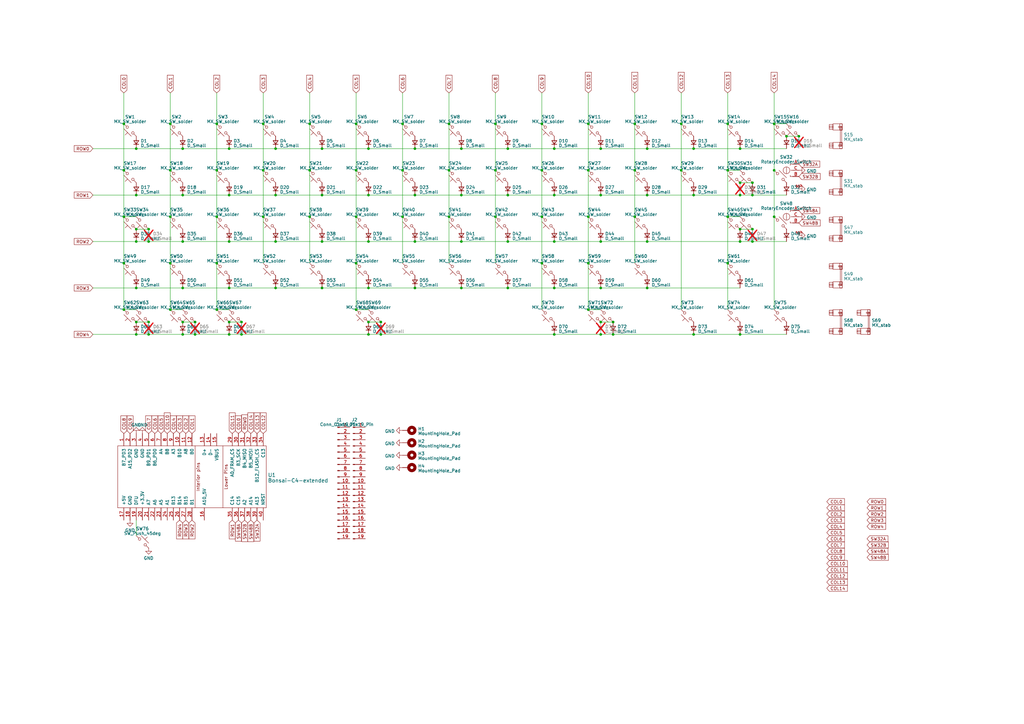
<source format=kicad_sch>
(kicad_sch (version 20230121) (generator eeschema)
  (paper "A3")
  (title_block (title "zensai65_UNI_i3"))
  (junction (at 156.21 132.08))
  (junction (at 151.13 132.08))
  (junction (at 69.85 107.95))
  (junction (at 184.15 50.8))
  (junction (at 74.93 132.08))
  (junction (at 308.61 80.01))
  (junction (at 55.88 118.11))
  (junction (at 127 88.9))
  (junction (at 74.93 137.16))
  (junction (at 93.98 132.08))
  (junction (at 80.01 137.16))
  (junction (at 170.18 60.96))
  (junction (at 189.23 80.01))
  (junction (at 203.2 69.85))
  (junction (at 317.5 69.85))
  (junction (at 317.5 88.9))
  (junction (at 327.66 55.88))
  (junction (at 284.48 60.96))
  (junction (at 322.58 55.88))
  (junction (at 203.2 50.8))
  (junction (at 69.85 69.85))
  (junction (at 208.28 80.01))
  (junction (at 60.96 99.06))
  (junction (at 113.03 60.96))
  (junction (at 50.8 88.9))
  (junction (at 165.1 50.8))
  (junction (at 156.21 137.16))
  (junction (at 246.38 132.08))
  (junction (at 132.08 80.01))
  (junction (at 265.43 60.96))
  (junction (at 146.05 50.8))
  (junction (at 265.43 118.11))
  (junction (at 284.48 137.16))
  (junction (at 170.18 80.01))
  (junction (at 69.85 127))
  (junction (at 88.9 107.95))
  (junction (at 74.93 118.11))
  (junction (at 184.15 88.9))
  (junction (at 50.8 107.95))
  (junction (at 88.9 127))
  (junction (at 246.38 60.96))
  (junction (at 93.98 60.96))
  (junction (at 50.8 69.85))
  (junction (at 93.98 118.11))
  (junction (at 60.96 137.16))
  (junction (at 208.28 118.11))
  (junction (at 246.38 137.16))
  (junction (at 165.1 69.85))
  (junction (at 127 50.8))
  (junction (at 227.33 60.96))
  (junction (at 93.98 80.01))
  (junction (at 69.85 88.9))
  (junction (at 298.45 69.85))
  (junction (at 151.13 137.16))
  (junction (at 303.53 93.98))
  (junction (at 265.43 99.06))
  (junction (at 151.13 118.11))
  (junction (at 80.01 132.08))
  (junction (at 146.05 69.85))
  (junction (at 189.23 60.96))
  (junction (at 74.93 60.96))
  (junction (at 241.3 50.8))
  (junction (at 298.45 88.9))
  (junction (at 251.46 132.08))
  (junction (at 151.13 60.96))
  (junction (at 93.98 137.16))
  (junction (at 132.08 99.06))
  (junction (at 308.61 74.93))
  (junction (at 241.3 127))
  (junction (at 208.28 60.96))
  (junction (at 50.8 127))
  (junction (at 241.3 69.85))
  (junction (at 170.18 118.11))
  (junction (at 208.28 99.06))
  (junction (at 50.8 50.8))
  (junction (at 146.05 127))
  (junction (at 113.03 99.06))
  (junction (at 227.33 137.16))
  (junction (at 246.38 99.06))
  (junction (at 69.85 50.8))
  (junction (at 151.13 99.06))
  (junction (at 303.53 80.01))
  (junction (at 170.18 99.06))
  (junction (at 60.96 93.98))
  (junction (at 88.9 88.9))
  (junction (at 165.1 88.9))
  (junction (at 222.25 107.95))
  (junction (at 55.88 80.01))
  (junction (at 60.96 132.08))
  (junction (at 308.61 93.98))
  (junction (at 146.05 88.9))
  (junction (at 246.38 80.01))
  (junction (at 241.3 107.95))
  (junction (at 107.95 69.85))
  (junction (at 317.5 50.8))
  (junction (at 227.33 80.01))
  (junction (at 107.95 88.9))
  (junction (at 222.25 88.9))
  (junction (at 227.33 118.11))
  (junction (at 113.03 80.01))
  (junction (at 303.53 137.16))
  (junction (at 127 69.85))
  (junction (at 303.53 99.06))
  (junction (at 132.08 118.11))
  (junction (at 55.88 60.96))
  (junction (at 74.93 80.01))
  (junction (at 227.33 99.06))
  (junction (at 146.05 107.95))
  (junction (at 298.45 50.8))
  (junction (at 279.4 50.8))
  (junction (at 132.08 60.96))
  (junction (at 260.35 50.8))
  (junction (at 260.35 69.85))
  (junction (at 55.88 132.08))
  (junction (at 99.06 132.08))
  (junction (at 265.43 80.01))
  (junction (at 222.25 69.85))
  (junction (at 93.98 99.06))
  (junction (at 203.2 88.9))
  (junction (at 222.25 50.8))
  (junction (at 88.9 69.85))
  (junction (at 55.88 137.16))
  (junction (at 298.45 107.95))
  (junction (at 113.03 118.11))
  (junction (at 99.06 137.16))
  (junction (at 189.23 118.11))
  (junction (at 189.23 99.06))
  (junction (at 251.46 137.16))
  (junction (at 246.38 118.11))
  (junction (at 151.13 80.01))
  (junction (at 55.88 99.06))
  (junction (at 184.15 69.85))
  (junction (at 303.53 74.93))
  (junction (at 74.93 99.06))
  (junction (at 284.48 80.01))
  (junction (at 55.88 93.98))
  (junction (at 260.35 88.9))
  (junction (at 303.53 60.96))
  (junction (at 107.95 50.8))
  (junction (at 241.3 88.9))
  (junction (at 279.4 69.85))
  (junction (at 308.61 99.06))
  (junction (at 88.9 50.8))
  (wire (pts (xy 74.93 80.01) (xy 93.98 80.01)))
  (wire (pts (xy 151.13 99.06) (xy 170.18 99.06)))
  (wire (pts (xy 298.45 38.1) (xy 298.45 50.8)))
  (wire (pts (xy 265.43 118.11) (xy 303.53 118.11)))
  (wire (pts (xy 170.18 118.11) (xy 189.23 118.11)))
  (wire (pts (xy 50.8 127) (xy 55.88 127)))
  (wire (pts (xy 308.61 80.01) (xy 322.58 80.01)))
  (wire (pts (xy 284.48 60.96) (xy 303.53 60.96)))
  (wire (pts (xy 113.03 118.11) (xy 132.08 118.11)))
  (wire (pts (xy 55.88 118.11) (xy 74.93 118.11)))
  (wire (pts (xy 74.93 118.11) (xy 93.98 118.11)))
  (wire (pts (xy 151.13 137.16) (xy 156.21 137.16)))
  (wire (pts (xy 127 50.8) (xy 127 69.85)))
  (wire (pts (xy 38.1 118.11) (xy 55.88 118.11)))
  (wire (pts (xy 107.95 38.1) (xy 107.95 50.8)))
  (wire (pts (xy 265.43 99.06) (xy 303.53 99.06)))
  (wire (pts (xy 55.88 93.98) (xy 60.96 93.98)))
  (wire (pts (xy 151.13 60.96) (xy 170.18 60.96)))
  (wire (pts (xy 55.88 132.08) (xy 60.96 132.08)))
  (wire (pts (xy 298.45 69.85) (xy 303.53 69.85)))
  (wire (pts (xy 170.18 80.01) (xy 189.23 80.01)))
  (wire (pts (xy 50.8 107.95) (xy 50.8 127)))
  (wire (pts (xy 50.8 69.85) (xy 50.8 88.9)))
  (wire (pts (xy 50.8 50.8) (xy 50.8 69.85)))
  (wire (pts (xy 55.88 137.16) (xy 60.96 137.16)))
  (wire (pts (xy 303.53 74.93) (xy 308.61 74.93)))
  (wire (pts (xy 55.88 60.96) (xy 74.93 60.96)))
  (wire (pts (xy 246.38 118.11) (xy 265.43 118.11)))
  (wire (pts (xy 298.45 69.85) (xy 298.45 88.9)))
  (wire (pts (xy 222.25 69.85) (xy 222.25 88.9)))
  (wire (pts (xy 107.95 88.9) (xy 107.95 107.95)))
  (wire (pts (xy 69.85 127) (xy 74.93 127)))
  (wire (pts (xy 222.25 38.1) (xy 222.25 50.8)))
  (wire (pts (xy 227.33 80.01) (xy 246.38 80.01)))
  (wire (pts (xy 107.95 69.85) (xy 107.95 88.9)))
  (wire (pts (xy 317.5 88.9) (xy 317.5 127)))
  (wire (pts (xy 260.35 88.9) (xy 260.35 107.95)))
  (wire (pts (xy 203.2 38.1) (xy 203.2 50.8)))
  (wire (pts (xy 38.1 137.16) (xy 55.88 137.16)))
  (wire (pts (xy 69.85 107.95) (xy 69.85 127)))
  (wire (pts (xy 80.01 137.16) (xy 93.98 137.16)))
  (wire (pts (xy 74.93 60.96) (xy 93.98 60.96)))
  (wire (pts (xy 69.85 69.85) (xy 69.85 88.9)))
  (wire (pts (xy 208.28 60.96) (xy 227.33 60.96)))
  (wire (pts (xy 93.98 80.01) (xy 113.03 80.01)))
  (wire (pts (xy 38.1 99.06) (xy 55.88 99.06)))
  (wire (pts (xy 298.45 107.95) (xy 298.45 127)))
  (wire (pts (xy 132.08 60.96) (xy 151.13 60.96)))
  (wire (pts (xy 189.23 60.96) (xy 208.28 60.96)))
  (wire (pts (xy 222.25 88.9) (xy 222.25 107.95)))
  (wire (pts (xy 241.3 38.1) (xy 241.3 50.8)))
  (wire (pts (xy 113.03 99.06) (xy 132.08 99.06)))
  (wire (pts (xy 241.3 50.8) (xy 241.3 69.85)))
  (wire (pts (xy 203.2 69.85) (xy 203.2 88.9)))
  (wire (pts (xy 284.48 80.01) (xy 303.53 80.01)))
  (wire (pts (xy 165.1 50.8) (xy 165.1 69.85)))
  (wire (pts (xy 88.9 88.9) (xy 88.9 107.95)))
  (wire (pts (xy 203.2 50.8) (xy 203.2 69.85)))
  (wire (pts (xy 88.9 38.1) (xy 88.9 50.8)))
  (wire (pts (xy 260.35 50.8) (xy 260.35 69.85)))
  (wire (pts (xy 227.33 99.06) (xy 246.38 99.06)))
  (wire (pts (xy 88.9 50.8) (xy 88.9 69.85)))
  (wire (pts (xy 88.9 69.85) (xy 88.9 88.9)))
  (wire (pts (xy 50.8 38.1) (xy 50.8 50.8)))
  (wire (pts (xy 265.43 60.96) (xy 284.48 60.96)))
  (wire (pts (xy 189.23 118.11) (xy 208.28 118.11)))
  (wire (pts (xy 151.13 118.11) (xy 170.18 118.11)))
  (wire (pts (xy 170.18 99.06) (xy 189.23 99.06)))
  (wire (pts (xy 279.4 50.8) (xy 279.4 69.85)))
  (wire (pts (xy 241.3 107.95) (xy 241.3 127)))
  (wire (pts (xy 165.1 69.85) (xy 165.1 88.9)))
  (wire (pts (xy 93.98 137.16) (xy 99.06 137.16)))
  (wire (pts (xy 227.33 60.96) (xy 246.38 60.96)))
  (wire (pts (xy 260.35 69.85) (xy 260.35 88.9)))
  (wire (pts (xy 317.5 50.8) (xy 322.58 50.8)))
  (wire (pts (xy 246.38 99.06) (xy 265.43 99.06)))
  (wire (pts (xy 127 38.1) (xy 127 50.8)))
  (wire (pts (xy 69.85 88.9) (xy 69.85 107.95)))
  (wire (pts (xy 298.45 88.9) (xy 303.53 88.9)))
  (wire (pts (xy 184.15 38.1) (xy 184.15 50.8)))
  (wire (pts (xy 156.21 137.16) (xy 227.33 137.16)))
  (wire (pts (xy 208.28 99.06) (xy 227.33 99.06)))
  (wire (pts (xy 69.85 50.8) (xy 69.85 69.85)))
  (wire (pts (xy 55.88 99.06) (xy 60.96 99.06)))
  (wire (pts (xy 246.38 137.16) (xy 251.46 137.16)))
  (wire (pts (xy 284.48 137.16) (xy 303.53 137.16)))
  (wire (pts (xy 279.4 69.85) (xy 279.4 127)))
  (wire (pts (xy 55.88 213.36) (xy 55.88 219.71)))
  (wire (pts (xy 93.98 60.96) (xy 113.03 60.96)))
  (wire (pts (xy 303.53 99.06) (xy 308.61 99.06)))
  (wire (pts (xy 38.1 60.96) (xy 55.88 60.96)))
  (wire (pts (xy 74.93 99.06) (xy 93.98 99.06)))
  (wire (pts (xy 151.13 132.08) (xy 156.21 132.08)))
  (wire (pts (xy 146.05 50.8) (xy 146.05 69.85)))
  (wire (pts (xy 50.8 88.9) (xy 50.8 107.95)))
  (wire (pts (xy 93.98 118.11) (xy 113.03 118.11)))
  (wire (pts (xy 189.23 80.01) (xy 208.28 80.01)))
  (wire (pts (xy 60.96 137.16) (xy 74.93 137.16)))
  (wire (pts (xy 184.15 50.8) (xy 184.15 69.85)))
  (wire (pts (xy 222.25 107.95) (xy 222.25 127)))
  (wire (pts (xy 241.3 88.9) (xy 241.3 107.95)))
  (wire (pts (xy 50.8 88.9) (xy 55.88 88.9)))
  (wire (pts (xy 251.46 137.16) (xy 284.48 137.16)))
  (wire (pts (xy 38.1 80.01) (xy 55.88 80.01)))
  (wire (pts (xy 132.08 118.11) (xy 151.13 118.11)))
  (wire (pts (xy 246.38 132.08) (xy 251.46 132.08)))
  (wire (pts (xy 165.1 88.9) (xy 165.1 107.95)))
  (wire (pts (xy 146.05 38.1) (xy 146.05 50.8)))
  (wire (pts (xy 146.05 88.9) (xy 146.05 107.95)))
  (wire (pts (xy 55.88 80.01) (xy 74.93 80.01)))
  (wire (pts (xy 303.53 80.01) (xy 308.61 80.01)))
  (wire (pts (xy 227.33 118.11) (xy 246.38 118.11)))
  (wire (pts (xy 317.5 38.1) (xy 317.5 50.8)))
  (wire (pts (xy 99.06 137.16) (xy 151.13 137.16)))
  (wire (pts (xy 146.05 127) (xy 151.13 127)))
  (wire (pts (xy 317.5 50.8) (xy 317.5 69.85)))
  (wire (pts (xy 279.4 38.1) (xy 279.4 50.8)))
  (wire (pts (xy 184.15 88.9) (xy 184.15 107.95)))
  (wire (pts (xy 93.98 99.06) (xy 113.03 99.06)))
  (wire (pts (xy 127 88.9) (xy 127 107.95)))
  (wire (pts (xy 246.38 60.96) (xy 265.43 60.96)))
  (wire (pts (xy 303.53 93.98) (xy 308.61 93.98)))
  (wire (pts (xy 170.18 60.96) (xy 189.23 60.96)))
  (wire (pts (xy 127 69.85) (xy 127 88.9)))
  (wire (pts (xy 260.35 38.1) (xy 260.35 50.8)))
  (wire (pts (xy 246.38 80.01) (xy 265.43 80.01)))
  (wire (pts (xy 317.5 69.85) (xy 317.5 88.9)))
  (wire (pts (xy 227.33 137.16) (xy 246.38 137.16)))
  (wire (pts (xy 107.95 50.8) (xy 107.95 69.85)))
  (wire (pts (xy 203.2 88.9) (xy 203.2 107.95)))
  (wire (pts (xy 298.45 50.8) (xy 298.45 69.85)))
  (wire (pts (xy 93.98 132.08) (xy 99.06 132.08)))
  (wire (pts (xy 303.53 137.16) (xy 322.58 137.16)))
  (wire (pts (xy 132.08 99.06) (xy 151.13 99.06)))
  (wire (pts (xy 60.96 99.06) (xy 74.93 99.06)))
  (wire (pts (xy 69.85 38.1) (xy 69.85 50.8)))
  (wire (pts (xy 113.03 60.96) (xy 132.08 60.96)))
  (wire (pts (xy 113.03 80.01) (xy 132.08 80.01)))
  (wire (pts (xy 88.9 127) (xy 93.98 127)))
  (wire (pts (xy 132.08 80.01) (xy 151.13 80.01)))
  (wire (pts (xy 222.25 50.8) (xy 222.25 69.85)))
  (wire (pts (xy 165.1 38.1) (xy 165.1 50.8)))
  (wire (pts (xy 146.05 107.95) (xy 146.05 127)))
  (wire (pts (xy 241.3 69.85) (xy 241.3 88.9)))
  (wire (pts (xy 74.93 132.08) (xy 80.01 132.08)))
  (wire (pts (xy 151.13 80.01) (xy 170.18 80.01)))
  (wire (pts (xy 74.93 137.16) (xy 80.01 137.16)))
  (wire (pts (xy 184.15 69.85) (xy 184.15 88.9)))
  (wire (pts (xy 208.28 118.11) (xy 227.33 118.11)))
  (wire (pts (xy 322.58 55.88) (xy 327.66 55.88)))
  (wire (pts (xy 146.05 69.85) (xy 146.05 88.9)))
  (wire (pts (xy 241.3 127) (xy 246.38 127)))
  (wire (pts (xy 189.23 99.06) (xy 208.28 99.06)))
  (wire (pts (xy 303.53 60.96) (xy 322.58 60.96)))
  (wire (pts (xy 208.28 80.01) (xy 227.33 80.01)))
  (wire (pts (xy 298.45 88.9) (xy 298.45 107.95)))
  (wire (pts (xy 88.9 107.95) (xy 88.9 127)))
  (wire (pts (xy 265.43 80.01) (xy 284.48 80.01)))
  (wire (pts (xy 308.61 99.06) (xy 322.58 99.06)))
  (global_label "ROW0" (shape input) (at 100.33 177.8 90) (property "Intersheetrefs" "${INTERSHEET_REFS}" (effects hide)))
  (global_label "COL12" (shape input) (at 339.09 236.22 0) (property "Intersheetrefs" "${INTERSHEET_REFS}" (effects hide)))
  (global_label "SW32A" (shape input) (at 105.41 213.36 270) (property "Intersheetrefs" "${INTERSHEET_REFS}" (effects hide)))
  (global_label "COL2" (shape input) (at 76.2 177.8 90) (property "Intersheetrefs" "${INTERSHEET_REFS}" (effects hide)))
  (global_label "SW32B" (shape input) (at 327.66 72.39 0) (property "Intersheetrefs" "${INTERSHEET_REFS}" (effects hide)))
  (global_label "COL7" (shape input) (at 60.96 177.8 90) (property "Intersheetrefs" "${INTERSHEET_REFS}" (effects hide)))
  (global_label "SW48A" (shape input) (at 97.79 213.36 270) (property "Intersheetrefs" "${INTERSHEET_REFS}" (effects hide)))
  (global_label "COL4" (shape input) (at 127 38.1 90) (property "Intersheetrefs" "${INTERSHEET_REFS}" (effects hide)))
  (global_label "COL5" (shape input) (at 146.05 38.1 90) (property "Intersheetrefs" "${INTERSHEET_REFS}" (effects hide)))
  (global_label "COL11" (shape input) (at 260.35 38.1 90) (property "Intersheetrefs" "${INTERSHEET_REFS}" (effects hide)))
  (global_label "ROW3" (shape input) (at 355.6 213.36 0) (property "Intersheetrefs" "${INTERSHEET_REFS}" (effects hide)))
  (global_label "COL1" (shape input) (at 69.85 38.1 90) (property "Intersheetrefs" "${INTERSHEET_REFS}" (effects hide)))
  (global_label "COL11" (shape input) (at 95.25 177.8 90) (property "Intersheetrefs" "${INTERSHEET_REFS}" (effects hide)))
  (global_label "ROW2" (shape input) (at 355.6 210.82 0) (property "Intersheetrefs" "${INTERSHEET_REFS}" (effects hide)))
  (global_label "ROW3" (shape input) (at 76.2 213.36 270) (property "Intersheetrefs" "${INTERSHEET_REFS}" (effects hide)))
  (global_label "COL0" (shape input) (at 97.79 177.8 90) (property "Intersheetrefs" "${INTERSHEET_REFS}" (effects hide)))
  (global_label "COL8" (shape input) (at 50.8 177.8 90) (property "Intersheetrefs" "${INTERSHEET_REFS}" (effects hide)))
  (global_label "COL8" (shape input) (at 339.09 226.06 0) (property "Intersheetrefs" "${INTERSHEET_REFS}" (effects hide)))
  (global_label "COL8" (shape input) (at 203.2 38.1 90) (property "Intersheetrefs" "${INTERSHEET_REFS}" (effects hide)))
  (global_label "COL12" (shape input) (at 279.4 38.1 90) (property "Intersheetrefs" "${INTERSHEET_REFS}" (effects hide)))
  (global_label "SW32B" (shape input) (at 355.6 223.52 0) (property "Intersheetrefs" "${INTERSHEET_REFS}" (effects hide)))
  (global_label "COL10" (shape input) (at 68.58 177.8 90) (property "Intersheetrefs" "${INTERSHEET_REFS}" (effects hide)))
  (global_label "COL0" (shape input) (at 339.09 205.74 0) (property "Intersheetrefs" "${INTERSHEET_REFS}" (effects hide)))
  (global_label "SW48B" (shape input) (at 355.6 228.6 0) (property "Intersheetrefs" "${INTERSHEET_REFS}" (effects hide)))
  (global_label "COL7" (shape input) (at 339.09 223.52 0) (property "Intersheetrefs" "${INTERSHEET_REFS}" (effects hide)))
  (global_label "COL5" (shape input) (at 339.09 218.44 0) (property "Intersheetrefs" "${INTERSHEET_REFS}" (effects hide)))
  (global_label "COL5" (shape input) (at 66.04 177.8 90) (property "Intersheetrefs" "${INTERSHEET_REFS}" (effects hide)))
  (global_label "COL1" (shape input) (at 78.74 177.8 90) (property "Intersheetrefs" "${INTERSHEET_REFS}" (effects hide)))
  (global_label "SW32A" (shape input) (at 327.66 67.31 0) (property "Intersheetrefs" "${INTERSHEET_REFS}" (effects hide)))
  (global_label "COL9" (shape input) (at 339.09 228.6 0) (property "Intersheetrefs" "${INTERSHEET_REFS}" (effects hide)))
  (global_label "ROW3" (shape input) (at 38.1 118.11 180) (property "Intersheetrefs" "${INTERSHEET_REFS}" (effects hide)))
  (global_label "COL4" (shape input) (at 71.12 177.8 90) (property "Intersheetrefs" "${INTERSHEET_REFS}" (effects hide)))
  (global_label "ROW2" (shape input) (at 38.1 99.06 180) (property "Intersheetrefs" "${INTERSHEET_REFS}" (effects hide)))
  (global_label "ROW0" (shape input) (at 355.6 205.74 0) (property "Intersheetrefs" "${INTERSHEET_REFS}" (effects hide)))
  (global_label "COL2" (shape input) (at 88.9 38.1 90) (property "Intersheetrefs" "${INTERSHEET_REFS}" (effects hide)))
  (global_label "COL6" (shape input) (at 165.1 38.1 90) (property "Intersheetrefs" "${INTERSHEET_REFS}" (effects hide)))
  (global_label "COL13" (shape input) (at 105.41 177.8 90) (property "Intersheetrefs" "${INTERSHEET_REFS}" (effects hide)))
  (global_label "COL6" (shape input) (at 63.5 177.8 90) (property "Intersheetrefs" "${INTERSHEET_REFS}" (effects hide)))
  (global_label "COL14" (shape input) (at 317.5 38.1 90) (property "Intersheetrefs" "${INTERSHEET_REFS}" (effects hide)))
  (global_label "COL4" (shape input) (at 339.09 215.9 0) (property "Intersheetrefs" "${INTERSHEET_REFS}" (effects hide)))
  (global_label "ROW1" (shape input) (at 95.25 213.36 270) (property "Intersheetrefs" "${INTERSHEET_REFS}" (effects hide)))
  (global_label "SW48A" (shape input) (at 355.6 226.06 0) (property "Intersheetrefs" "${INTERSHEET_REFS}" (effects hide)))
  (global_label "COL10" (shape input) (at 241.3 38.1 90) (property "Intersheetrefs" "${INTERSHEET_REFS}" (effects hide)))
  (global_label "COL2" (shape input) (at 339.09 210.82 0) (property "Intersheetrefs" "${INTERSHEET_REFS}" (effects hide)))
  (global_label "COL0" (shape input) (at 50.8 38.1 90) (property "Intersheetrefs" "${INTERSHEET_REFS}" (effects hide)))
  (global_label "COL13" (shape input) (at 298.45 38.1 90) (property "Intersheetrefs" "${INTERSHEET_REFS}" (effects hide)))
  (global_label "COL9" (shape input) (at 222.25 38.1 90) (property "Intersheetrefs" "${INTERSHEET_REFS}" (effects hide)))
  (global_label "COL10" (shape input) (at 339.09 231.14 0) (property "Intersheetrefs" "${INTERSHEET_REFS}" (effects hide)))
  (global_label "SW48B" (shape input) (at 327.66 91.44 0) (property "Intersheetrefs" "${INTERSHEET_REFS}" (effects hide)))
  (global_label "COL7" (shape input) (at 184.15 38.1 90) (property "Intersheetrefs" "${INTERSHEET_REFS}" (effects hide)))
  (global_label "SW32A" (shape input) (at 355.6 220.98 0) (property "Intersheetrefs" "${INTERSHEET_REFS}" (effects hide)))
  (global_label "ROW4" (shape input) (at 38.1 137.16 180) (property "Intersheetrefs" "${INTERSHEET_REFS}" (effects hide)))
  (global_label "ROW1" (shape input) (at 355.6 208.28 0) (property "Intersheetrefs" "${INTERSHEET_REFS}" (effects hide)))
  (global_label "COL14" (shape input) (at 339.09 241.3 0) (property "Intersheetrefs" "${INTERSHEET_REFS}" (effects hide)))
  (global_label "COL3" (shape input) (at 339.09 213.36 0) (property "Intersheetrefs" "${INTERSHEET_REFS}" (effects hide)))
  (global_label "COL1" (shape input) (at 339.09 208.28 0) (property "Intersheetrefs" "${INTERSHEET_REFS}" (effects hide)))
  (global_label "COL12" (shape input) (at 107.95 177.8 90) (property "Intersheetrefs" "${INTERSHEET_REFS}" (effects hide)))
  (global_label "SW48A" (shape input) (at 327.66 86.36 0) (property "Intersheetrefs" "${INTERSHEET_REFS}" (effects hide)))
  (global_label "COL6" (shape input) (at 339.09 220.98 0) (property "Intersheetrefs" "${INTERSHEET_REFS}" (effects hide)))
  (global_label "ROW1" (shape input) (at 38.1 80.01 180) (property "Intersheetrefs" "${INTERSHEET_REFS}" (effects hide)))
  (global_label "COL14" (shape input) (at 102.87 177.8 90) (property "Intersheetrefs" "${INTERSHEET_REFS}" (effects hide)))
  (global_label "ROW2" (shape input) (at 78.74 213.36 270) (property "Intersheetrefs" "${INTERSHEET_REFS}" (effects hide)))
  (global_label "SW32B" (shape input) (at 100.33 213.36 270) (property "Intersheetrefs" "${INTERSHEET_REFS}" (effects hide)))
  (global_label "ROW4" (shape input) (at 355.6 215.9 0) (property "Intersheetrefs" "${INTERSHEET_REFS}" (effects hide)))
  (global_label "COL13" (shape input) (at 339.09 238.76 0) (property "Intersheetrefs" "${INTERSHEET_REFS}" (effects hide)))
  (global_label "COL3" (shape input) (at 107.95 38.1 90) (property "Intersheetrefs" "${INTERSHEET_REFS}" (effects hide)))
  (global_label "COL9" (shape input) (at 53.34 177.8 90) (property "Intersheetrefs" "${INTERSHEET_REFS}" (effects hide)))
  (global_label "COL11" (shape input) (at 339.09 233.68 0) (property "Intersheetrefs" "${INTERSHEET_REFS}" (effects hide)))
  (global_label "ROW4" (shape input) (at 73.66 213.36 270) (property "Intersheetrefs" "${INTERSHEET_REFS}" (effects hide)))
  (global_label "SW48B" (shape input) (at 102.87 213.36 270) (property "Intersheetrefs" "${INTERSHEET_REFS}" (effects hide)))
  (global_label "ROW0" (shape input) (at 38.1 60.96 180) (property "Intersheetrefs" "${INTERSHEET_REFS}" (effects hide)))
  (global_label "COL3" (shape input) (at 73.66 177.8 90) (property "Intersheetrefs" "${INTERSHEET_REFS}" (effects hide)))
  (symbol (lib_id "marbastlib-mx:MX_SW_solder") (at 262.89 53.34 180) (unit 1)
    (property "Reference" "SW12" (at 262.89 47.9171 0))
    (property "Value" "MX_SW_solder" (at 262.89 49.8381 0))
    (property "Footprint" "shoonies_parts:SW_MX_HS_S_1u_MOD" (effects hide))
  )
  (symbol (lib_id "marbastlib-mx:MX_SW_solder") (at 186.69 53.34 180) (unit 1)
    (property "Reference" "SW8" (at 186.69 47.9171 0))
    (property "Value" "MX_SW_solder" (at 186.69 49.8381 0))
    (property "Footprint" "shoonies_parts:SW_MX_HS_S_1u_MOD" (effects hide))
  )
  (symbol (lib_id "marbastlib-mx:MX_stab") (at 342.9 74.93 90) (unit 1)
    (property "Reference" "S31" (at 346.075 74.2863 90) (effects (justify right)))
    (property "Value" "MX_stab" (at 346.075 76.2073 90) (effects (justify right)))
    (property "Footprint" "marbastlib-mx:STAB_MX_P_2u" (effects hide))
  )
  (symbol (lib_id "marbastlib-mx:MX_SW_solder") (at 300.99 129.54 180) (unit 1)
    (property "Reference" "SW74" (at 300.99 124.1171 0))
    (property "Value" "MX_SW_solder" (at 300.99 126.0381 0))
    (property "Footprint" "shoonies_parts:SW_MX_HS_S_1u_MOD" (effects hide))
  )
  (symbol (lib_id "Device:D_Small") (at 151.13 134.62 90) (unit 1)
    (property "Reference" "D68" (at 152.908 133.9763 90) (effects (justify right)))
    (property "Value" "D_Small" (at 152.908 135.8973 90) (effects (justify right)))
    (property "Footprint" "shoonies_parts:D_SOD-123_CLEAN" (effects hide))
    (property "Sim.Device" "D" (effects hide))
    (property "Sim.Pins" "1=K 2=A" (effects hide))
  )
  (symbol (lib_id "Device:D_Small") (at 322.58 134.62 90) (unit 1)
    (property "Reference" "D75" (at 324.358 133.9763 90) (effects (justify right)))
    (property "Value" "D_Small" (at 324.358 135.8973 90) (effects (justify right)))
    (property "Footprint" "shoonies_parts:D_SOD-123_CLEAN" (effects hide))
    (property "Sim.Device" "D" (effects hide))
    (property "Sim.Pins" "1=K 2=A" (effects hide))
  )
  (symbol (lib_id "Device:D_Small") (at 189.23 58.42 90) (unit 1)
    (property "Reference" "D8" (at 191.008 57.7763 90) (effects (justify right)))
    (property "Value" "D_Small" (at 191.008 59.6973 90) (effects (justify right)))
    (property "Footprint" "shoonies_parts:D_SOD-123_CLEAN" (effects hide))
    (property "Sim.Device" "D" (effects hide))
    (property "Sim.Pins" "1=K 2=A" (effects hide))
  )
  (symbol (lib_id "Device:D_Small") (at 74.93 77.47 90) (unit 1)
    (property "Reference" "D18" (at 76.708 76.8263 90) (effects (justify right)))
    (property "Value" "D_Small" (at 76.708 78.7473 90) (effects (justify right)))
    (property "Footprint" "shoonies_parts:D_SOD-123_CLEAN" (effects hide))
    (property "Sim.Device" "D" (effects hide))
    (property "Sim.Pins" "1=K 2=A" (effects hide))
  )
  (symbol (lib_id "marbastlib-mx:MX_stab") (at 342.9 93.98 90) (unit 1)
    (property "Reference" "S47" (at 346.075 93.3363 90) (effects (justify right)))
    (property "Value" "MX_stab" (at 346.075 95.2573 90) (effects (justify right)))
    (property "Footprint" "marbastlib-mx:STAB_MX_P_2u" (effects hide))
  )
  (symbol (lib_id "marbastlib-mx:MX_SW_solder") (at 53.34 129.54 180) (unit 1)
    (property "Reference" "SW62" (at 53.34 124.1171 0))
    (property "Value" "MX_SW_solder" (at 53.34 126.0381 0))
    (property "Footprint" "shoonies_parts:SW_MX_HS_S_1u_MOD" (effects hide))
  )
  (symbol (lib_id "Device:D_Small") (at 246.38 58.42 90) (unit 1)
    (property "Reference" "D11" (at 248.158 57.7763 90) (effects (justify right)))
    (property "Value" "D_Small" (at 248.158 59.6973 90) (effects (justify right)))
    (property "Footprint" "shoonies_parts:D_SOD-123_CLEAN" (effects hide))
    (property "Sim.Device" "D" (effects hide))
    (property "Sim.Pins" "1=K 2=A" (effects hide))
  )
  (symbol (lib_id "marbastlib-mx:MX_SW_solder") (at 224.79 91.44 180) (unit 1)
    (property "Reference" "SW43" (at 224.79 86.0171 0))
    (property "Value" "MX_SW_solder" (at 224.79 87.9381 0))
    (property "Footprint" "shoonies_parts:SW_MX_HS_S_1u_MOD" (effects hide))
  )
  (symbol (lib_id "marbastlib-mx:MX_SW_solder") (at 91.44 91.44 180) (unit 1)
    (property "Reference" "SW36" (at 91.44 86.0171 0))
    (property "Value" "MX_SW_solder" (at 91.44 87.9381 0))
    (property "Footprint" "shoonies_parts:SW_MX_HS_S_1u_MOD" (effects hide))
  )
  (symbol (lib_id "Device:D_Small") (at 189.23 96.52 90) (unit 1)
    (property "Reference" "D41" (at 191.008 95.8763 90) (effects (justify right)))
    (property "Value" "D_Small" (at 191.008 97.7973 90) (effects (justify right)))
    (property "Footprint" "shoonies_parts:D_SOD-123_CLEAN" (effects hide))
    (property "Sim.Device" "D" (effects hide))
    (property "Sim.Pins" "1=K 2=A" (effects hide))
  )
  (symbol (lib_id "power:GND") (at 165.1 186.69 270) (unit 1)
    (property "Reference" "#PWR011" (effects hide))
    (property "Value" "GND" (at 161.9251 187.0068 90) (effects (justify right)))
  )
  (symbol (lib_id "Device:D_Small") (at 265.43 77.47 90) (unit 1)
    (property "Reference" "D28" (at 267.208 76.8263 90) (effects (justify right)))
    (property "Value" "D_Small" (at 267.208 78.7473 90) (effects (justify right)))
    (property "Footprint" "shoonies_parts:D_SOD-123_CLEAN" (effects hide))
    (property "Sim.Device" "D" (effects hide))
    (property "Sim.Pins" "1=K 2=A" (effects hide))
  )
  (symbol (lib_id "marbastlib-mx:MX_SW_solder") (at 153.67 129.54 180) (unit 1)
    (property "Reference" "SW69" (at 153.67 124.1171 0))
    (property "Value" "MX_SW_solder" (at 153.67 126.0381 0))
    (property "Footprint" "shoonies_parts:SW_MX_HS_S_1u_MOD" (effects hide))
  )
  (symbol (lib_id "marbastlib-mx:MX_SW_solder") (at 248.92 129.54 180) (unit 1)
    (property "Reference" "SW72" (at 248.92 124.1171 0))
    (property "Value" "MX_SW_solder" (at 248.92 126.0381 0))
    (property "Footprint" "shoonies_parts:SW_MX_HS_S_1u_MOD" (effects hide))
  )
  (symbol (lib_id "Device:D_Small") (at 284.48 134.62 90) (unit 1)
    (property "Reference" "D73" (at 286.258 133.9763 90) (effects (justify right)))
    (property "Value" "D_Small" (at 286.258 135.8973 90) (effects (justify right)))
    (property "Footprint" "shoonies_parts:D_SOD-123_CLEAN" (effects hide))
    (property "Sim.Device" "D" (effects hide))
    (property "Sim.Pins" "1=K 2=A" (effects hide))
  )
  (symbol (lib_id "marbastlib-mx:MX_SW_solder") (at 186.69 110.49 180) (unit 1)
    (property "Reference" "SW56" (at 186.69 105.0671 0))
    (property "Value" "MX_SW_solder" (at 186.69 106.9881 0))
    (property "Footprint" "shoonies_parts:SW_MX_HS_S_1u_MOD" (effects hide))
  )
  (symbol (lib_id "Device:D_Small") (at 246.38 134.62 90) (unit 1) (in_bom no) (on_board no) (dnp yes)
    (property "Reference" "D71" (at 248.158 133.9763 90) (effects (justify right)))
    (property "Value" "D_Small" (at 248.158 135.8973 90) (effects (justify right)))
    (property "Footprint" "shoonies_parts:D_SOD-123_CLEAN" (effects hide))
    (property "Sim.Device" "D" (effects hide))
    (property "Sim.Pins" "1=K 2=A" (effects hide))
  )
  (symbol (lib_id "marbastlib-mx:MX_SW_solder") (at 110.49 72.39 180) (unit 1)
    (property "Reference" "SW20" (at 110.49 66.9671 0))
    (property "Value" "MX_SW_solder" (at 110.49 68.8881 0))
    (property "Footprint" "shoonies_parts:SW_MX_HS_S_1u_MOD" (effects hide))
  )
  (symbol (lib_id "marbastlib-mx:MX_SW_solder") (at 129.54 72.39 180) (unit 1)
    (property "Reference" "SW21" (at 129.54 66.9671 0))
    (property "Value" "MX_SW_solder" (at 129.54 68.8881 0))
    (property "Footprint" "shoonies_parts:SW_MX_HS_S_1u_MOD" (effects hide))
  )
  (symbol (lib_id "Device:D_Small") (at 208.28 77.47 90) (unit 1)
    (property "Reference" "D25" (at 210.058 76.8263 90) (effects (justify right)))
    (property "Value" "D_Small" (at 210.058 78.7473 90) (effects (justify right)))
    (property "Footprint" "shoonies_parts:D_SOD-123_CLEAN" (effects hide))
    (property "Sim.Device" "D" (effects hide))
    (property "Sim.Pins" "1=K 2=A" (effects hide))
  )
  (symbol (lib_id "Device:D_Small") (at 132.08 77.47 90) (unit 1)
    (property "Reference" "D21" (at 133.858 76.8263 90) (effects (justify right)))
    (property "Value" "D_Small" (at 133.858 78.7473 90) (effects (justify right)))
    (property "Footprint" "shoonies_parts:D_SOD-123_CLEAN" (effects hide))
    (property "Sim.Device" "D" (effects hide))
    (property "Sim.Pins" "1=K 2=A" (effects hide))
  )
  (symbol (lib_id "Device:D_Small") (at 74.93 115.57 90) (unit 1)
    (property "Reference" "D50" (at 76.708 114.9263 90) (effects (justify right)))
    (property "Value" "D_Small" (at 76.708 116.8473 90) (effects (justify right)))
    (property "Footprint" "shoonies_parts:D_SOD-123_CLEAN" (effects hide))
    (property "Sim.Device" "D" (effects hide))
    (property "Sim.Pins" "1=K 2=A" (effects hide))
  )
  (symbol (lib_id "Device:D_Small") (at 60.96 134.62 90) (unit 1) (in_bom no) (on_board no) (dnp yes)
    (property "Reference" "D63" (at 62.738 133.9763 90) (effects (justify right)))
    (property "Value" "D_Small" (at 62.738 135.8973 90) (effects (justify right)))
    (property "Footprint" "shoonies_parts:D_SOD-123_CLEAN" (effects hide))
    (property "Sim.Device" "D" (effects hide))
    (property "Sim.Pins" "1=K 2=A" (effects hide))
  )
  (symbol (lib_id "power:GND") (at 53.34 213.36 0) (unit 1)
    (property "Reference" "#PWR01" (effects hide))
    (property "Value" "GND" (at 53.34 217.4955 0))
  )
  (symbol (lib_id "Switch:SW_Push_45deg") (at 58.42 222.25 0) (unit 1)
    (property "Reference" "SW76" (at 58.42 216.8271 0))
    (property "Value" "SW_Push_45deg" (at 58.42 218.7481 0))
    (property "Footprint" "Button_Switch_SMD:SW_SPST_TL3342" (effects hide))
  )
  (symbol (lib_id "Device:D_Small") (at 227.33 96.52 90) (unit 1)
    (property "Reference" "D43" (at 229.108 95.8763 90) (effects (justify right)))
    (property "Value" "D_Small" (at 229.108 97.7973 90) (effects (justify right)))
    (property "Footprint" "shoonies_parts:D_SOD-123_CLEAN" (effects hide))
    (property "Sim.Device" "D" (effects hide))
    (property "Sim.Pins" "1=K 2=A" (effects hide))
  )
  (symbol (lib_id "Device:D_Small") (at 74.93 134.62 90) (unit 1)
    (property "Reference" "D64" (at 76.708 133.9763 90) (effects (justify right)))
    (property "Value" "D_Small" (at 76.708 135.8973 90) (effects (justify right)))
    (property "Footprint" "shoonies_parts:D_SOD-123_CLEAN" (effects hide))
    (property "Sim.Device" "D" (effects hide))
    (property "Sim.Pins" "1=K 2=A" (effects hide))
  )
  (symbol (lib_id "Connector:Conn_01x19_Pin") (at 138.43 198.12 0) (unit 1)
    (property "Reference" "J1" (at 139.065 172.1739 0))
    (property "Value" "Conn_01x19_Pin" (at 139.065 174.0949 0))
    (property "Footprint" "Connector_PinHeader_2.54mm:PinHeader_1x19_P2.54mm_Vertical_SMD_Pin1Left" (effects hide))
  )
  (symbol (lib_id "marbastlib-mx:MX_SW_solder") (at 148.59 91.44 180) (unit 1)
    (property "Reference" "SW39" (at 148.59 86.0171 0))
    (property "Value" "MX_SW_solder" (at 148.59 87.9381 0))
    (property "Footprint" "shoonies_parts:SW_MX_HS_S_1u_MOD" (effects hide))
  )
  (symbol (lib_id "Device:D_Small") (at 156.21 134.62 90) (unit 1) (in_bom no) (on_board no) (dnp yes)
    (property "Reference" "D69" (at 157.988 133.9763 90) (effects (justify right)))
    (property "Value" "D_Small" (at 157.988 135.8973 90) (effects (justify right)))
    (property "Footprint" "shoonies_parts:D_SOD-123_CLEAN" (effects hide))
    (property "Sim.Device" "D" (effects hide))
    (property "Sim.Pins" "1=K 2=A" (effects hide))
  )
  (symbol (lib_id "Device:D_Small") (at 246.38 96.52 90) (unit 1)
    (property "Reference" "D44" (at 248.158 95.8763 90) (effects (justify right)))
    (property "Value" "D_Small" (at 248.158 97.7973 90) (effects (justify right)))
    (property "Footprint" "shoonies_parts:D_SOD-123_CLEAN" (effects hide))
    (property "Sim.Device" "D" (effects hide))
    (property "Sim.Pins" "1=K 2=A" (effects hide))
  )
  (symbol (lib_id "Device:D_Small") (at 113.03 77.47 90) (unit 1)
    (property "Reference" "D20" (at 114.808 76.8263 90) (effects (justify right)))
    (property "Value" "D_Small" (at 114.808 78.7473 90) (effects (justify right)))
    (property "Footprint" "shoonies_parts:D_SOD-123_CLEAN" (effects hide))
    (property "Sim.Device" "D" (effects hide))
    (property "Sim.Pins" "1=K 2=A" (effects hide))
  )
  (symbol (lib_id "Device:D_Small") (at 93.98 115.57 90) (unit 1)
    (property "Reference" "D51" (at 95.758 114.9263 90) (effects (justify right)))
    (property "Value" "D_Small" (at 95.758 116.8473 90) (effects (justify right)))
    (property "Footprint" "shoonies_parts:D_SOD-123_CLEAN" (effects hide))
    (property "Sim.Device" "D" (effects hide))
    (property "Sim.Pins" "1=K 2=A" (effects hide))
  )
  (symbol (lib_id "marbastlib-mx:MX_SW_solder") (at 53.34 53.34 180) (unit 1)
    (property "Reference" "SW1" (at 53.34 47.9171 0))
    (property "Value" "MX_SW_solder" (at 53.34 49.8381 0))
    (property "Footprint" "shoonies_parts:SW_MX_HS_S_1u_MOD" (effects hide))
  )
  (symbol (lib_id "marbastlib-mx:MX_SW_solder") (at 129.54 110.49 180) (unit 1)
    (property "Reference" "SW53" (at 129.54 105.0671 0))
    (property "Value" "MX_SW_solder" (at 129.54 106.9881 0))
    (property "Footprint" "shoonies_parts:SW_MX_HS_S_1u_MOD" (effects hide))
  )
  (symbol (lib_id "Device:D_Small") (at 246.38 77.47 90) (unit 1)
    (property "Reference" "D27" (at 248.158 76.8263 90) (effects (justify right)))
    (property "Value" "D_Small" (at 248.158 78.7473 90) (effects (justify right)))
    (property "Footprint" "shoonies_parts:D_SOD-123_CLEAN" (effects hide))
    (property "Sim.Device" "D" (effects hide))
    (property "Sim.Pins" "1=K 2=A" (effects hide))
  )
  (symbol (lib_id "Device:D_Small") (at 151.13 96.52 90) (unit 1)
    (property "Reference" "D39" (at 152.908 95.8763 90) (effects (justify right)))
    (property "Value" "D_Small" (at 152.908 97.7973 90) (effects (justify right)))
    (property "Footprint" "shoonies_parts:D_SOD-123_CLEAN" (effects hide))
    (property "Sim.Device" "D" (effects hide))
    (property "Sim.Pins" "1=K 2=A" (effects hide))
  )
  (symbol (lib_id "Device:D_Small") (at 170.18 96.52 90) (unit 1)
    (property "Reference" "D40" (at 171.958 95.8763 90) (effects (justify right)))
    (property "Value" "D_Small" (at 171.958 97.7973 90) (effects (justify right)))
    (property "Footprint" "shoonies_parts:D_SOD-123_CLEAN" (effects hide))
    (property "Sim.Device" "D" (effects hide))
    (property "Sim.Pins" "1=K 2=A" (effects hide))
  )
  (symbol (lib_id "marbastlib-mx:MX_SW_solder") (at 243.84 72.39 180) (unit 1)
    (property "Reference" "SW27" (at 243.84 66.9671 0))
    (property "Value" "MX_SW_solder" (at 243.84 68.8881 0))
    (property "Footprint" "shoonies_parts:SW_MX_HS_S_1u_MOD" (effects hide))
  )
  (symbol (lib_id "Device:D_Small") (at 55.88 134.62 90) (unit 1)
    (property "Reference" "D62" (at 57.658 133.9763 90) (effects (justify right)))
    (property "Value" "D_Small" (at 57.658 135.8973 90) (effects (justify right)))
    (property "Footprint" "shoonies_parts:D_SOD-123_CLEAN" (effects hide))
    (property "Sim.Device" "D" (effects hide))
    (property "Sim.Pins" "1=K 2=A" (effects hide))
  )
  (symbol (lib_id "Device:D_Small") (at 284.48 77.47 90) (unit 1)
    (property "Reference" "D29" (at 286.258 76.8263 90) (effects (justify right)))
    (property "Value" "D_Small" (at 286.258 78.7473 90) (effects (justify right)))
    (property "Footprint" "shoonies_parts:D_SOD-123_CLEAN" (effects hide))
    (property "Sim.Device" "D" (effects hide))
    (property "Sim.Pins" "1=K 2=A" (effects hide))
  )
  (symbol (lib_id "Device:D_Small") (at 284.48 58.42 90) (unit 1)
    (property "Reference" "D13" (at 286.258 57.7763 90) (effects (justify right)))
    (property "Value" "D_Small" (at 286.258 59.6973 90) (effects (justify right)))
    (property "Footprint" "shoonies_parts:D_SOD-123_CLEAN" (effects hide))
    (property "Sim.Device" "D" (effects hide))
    (property "Sim.Pins" "1=K 2=A" (effects hide))
  )
  (symbol (lib_id "power:GND") (at 165.1 191.77 270) (unit 1)
    (property "Reference" "#PWR012" (effects hide))
    (property "Value" "GND" (at 161.9251 192.0868 90) (effects (justify right)))
  )
  (symbol (lib_id "Device:D_Small") (at 93.98 134.62 90) (unit 1)
    (property "Reference" "D66" (at 95.758 133.9763 90) (effects (justify right)))
    (property "Value" "D_Small" (at 95.758 135.8973 90) (effects (justify right)))
    (property "Footprint" "shoonies_parts:D_SOD-123_CLEAN" (effects hide))
    (property "Sim.Device" "D" (effects hide))
    (property "Sim.Pins" "1=K 2=A" (effects hide))
  )
  (symbol (lib_id "Device:D_Small") (at 265.43 58.42 90) (unit 1)
    (property "Reference" "D12" (at 267.208 57.7763 90) (effects (justify right)))
    (property "Value" "D_Small" (at 267.208 59.6973 90) (effects (justify right)))
    (property "Footprint" "shoonies_parts:D_SOD-123_CLEAN" (effects hide))
    (property "Sim.Device" "D" (effects hide))
    (property "Sim.Pins" "1=K 2=A" (effects hide))
  )
  (symbol (lib_id "Device:D_Small") (at 308.61 96.52 90) (unit 1) (in_bom no) (on_board no) (dnp yes)
    (property "Reference" "D47" (at 310.388 95.8763 90) (effects (justify right)))
    (property "Value" "D_Small" (at 310.388 97.7973 90) (effects (justify right)))
    (property "Footprint" "shoonies_parts:D_SOD-123_CLEAN" (effects hide))
    (property "Sim.Device" "D" (effects hide))
    (property "Sim.Pins" "1=K 2=A" (effects hide))
  )
  (symbol (lib_id "marbastlib-mx:MX_SW_solder") (at 167.64 110.49 180) (unit 1)
    (property "Reference" "SW55" (at 167.64 105.0671 0))
    (property "Value" "MX_SW_solder" (at 167.64 106.9881 0))
    (property "Footprint" "shoonies_parts:SW_MX_HS_S_1u_MOD" (effects hide))
  )
  (symbol (lib_id "Device:D_Small") (at 170.18 115.57 90) (unit 1)
    (property "Reference" "D55" (at 171.958 114.9263 90) (effects (justify right)))
    (property "Value" "D_Small" (at 171.958 116.8473 90) (effects (justify right)))
    (property "Footprint" "shoonies_parts:D_SOD-123_CLEAN" (effects hide))
    (property "Sim.Device" "D" (effects hide))
    (property "Sim.Pins" "1=K 2=A" (effects hide))
  )
  (symbol (lib_id "Device:D_Small") (at 208.28 115.57 90) (unit 1)
    (property "Reference" "D57" (at 210.058 114.9263 90) (effects (justify right)))
    (property "Value" "D_Small" (at 210.058 116.8473 90) (effects (justify right)))
    (property "Footprint" "shoonies_parts:D_SOD-123_CLEAN" (effects hide))
    (property "Sim.Device" "D" (effects hide))
    (property "Sim.Pins" "1=K 2=A" (effects hide))
  )
  (symbol (lib_id "Device:D_Small") (at 113.03 58.42 90) (unit 1)
    (property "Reference" "D4" (at 114.808 57.7763 90) (effects (justify right)))
    (property "Value" "D_Small" (at 114.808 59.6973 90) (effects (justify right)))
    (property "Footprint" "shoonies_parts:D_SOD-123_CLEAN" (effects hide))
    (property "Sim.Device" "D" (effects hide))
    (property "Sim.Pins" "1=K 2=A" (effects hide))
  )
  (symbol (lib_id "marbastlib-mx:MX_SW_solder") (at 205.74 53.34 180) (unit 1)
    (property "Reference" "SW9" (at 205.74 47.9171 0))
    (property "Value" "MX_SW_solder" (at 205.74 49.8381 0))
    (property "Footprint" "shoonies_parts:SW_MX_HS_S_1u_MOD" (effects hide))
  )
  (symbol (lib_id "Mechanical:MountingHole_Pad") (at 167.64 191.77 270) (unit 1)
    (property "Reference" "H4" (at 171.45 191.1263 90) (effects (justify left)))
    (property "Value" "MountingHole_Pad" (at 171.45 193.0473 90) (effects (justify left)))
    (property "Footprint" "shoonies_parts:MountingHole_2.2mm_M2_Pad_MOD" (effects hide))
  )
  (symbol (lib_id "marbastlib-mx:MX_SW_solder") (at 148.59 129.54 180) (unit 1)
    (property "Reference" "SW68" (at 148.59 124.1171 0))
    (property "Value" "MX_SW_solder" (at 148.59 126.0381 0))
    (property "Footprint" "shoonies_parts:SW_MX_HS_S_1u_MOD" (effects hide))
  )
  (symbol (lib_id "Device:D_Small") (at 93.98 58.42 90) (unit 1)
    (property "Reference" "D3" (at 95.758 57.7763 90) (effects (justify right)))
    (property "Value" "D_Small" (at 95.758 59.6973 90) (effects (justify right)))
    (property "Footprint" "shoonies_parts:D_SOD-123_CLEAN" (effects hide))
    (property "Sim.Device" "D" (effects hide))
    (property "Sim.Pins" "1=K 2=A" (effects hide))
  )
  (symbol (lib_id "marbastlib-mx:MX_SW_solder") (at 320.04 129.54 180) (unit 1)
    (property "Reference" "SW75" (at 320.04 124.1171 0))
    (property "Value" "MX_SW_solder" (at 320.04 126.0381 0))
    (property "Footprint" "shoonies_parts:SW_MX_HS_S_1u_MOD" (effects hide))
  )
  (symbol (lib_id "shoonies_symbs:RotaryEncoder_Switch") (at 320.04 72.39 0) (unit 1)
    (property "Reference" "SW32" (at 322.4807 64.427 0))
    (property "Value" "RotaryEncoder_Switch" (at 322.4807 66.348 0))
    (property "Footprint" "marbastlib-various:ROT_Alps_EC11E-Switch" (effects hide))
  )
  (symbol (lib_id "power:GND") (at 55.88 177.8 180) (unit 1)
    (property "Reference" "#PWR02" (effects hide))
    (property "Value" "GND" (at 55.88 174.2981 0))
  )
  (symbol (lib_id "Mechanical:MountingHole_Pad") (at 167.64 176.53 270) (unit 1)
    (property "Reference" "H1" (at 171.45 175.8863 90) (effects (justify left)))
    (property "Value" "MountingHole_Pad" (at 171.45 177.8073 90) (effects (justify left)))
    (property "Footprint" "shoonies_parts:MountingHole_2.2mm_M2_Pad_MOD" (effects hide))
  )
  (symbol (lib_id "Device:D_Small") (at 80.01 134.62 90) (unit 1) (in_bom no) (on_board no) (dnp yes)
    (property "Reference" "D65" (at 81.788 133.9763 90) (effects (justify right)))
    (property "Value" "D_Small" (at 81.788 135.8973 90) (effects (justify right)))
    (property "Footprint" "shoonies_parts:D_SOD-123_CLEAN" (effects hide))
    (property "Sim.Device" "D" (effects hide))
    (property "Sim.Pins" "1=K 2=A" (effects hide))
  )
  (symbol (lib_id "marbastlib-mx:MX_stab") (at 342.9 113.03 90) (unit 1)
    (property "Reference" "S49" (at 346.075 112.3863 90) (effects (justify right)))
    (property "Value" "MX_stab" (at 346.075 114.3073 90) (effects (justify right)))
    (property "Footprint" "marbastlib-mx:STAB_MX_P_2u" (effects hide))
  )
  (symbol (lib_id "marbastlib-mx:MX_SW_solder") (at 300.99 53.34 180) (unit 1)
    (property "Reference" "SW14" (at 300.99 47.9171 0))
    (property "Value" "MX_SW_solder" (at 300.99 49.8381 0))
    (property "Footprint" "shoonies_parts:SW_MX_HS_S_1u_MOD" (effects hide))
  )
  (symbol (lib_id "marbastlib-mx:MX_SW_solder") (at 300.99 72.39 180) (unit 1)
    (property "Reference" "SW30" (at 300.99 66.9671 0))
    (property "Value" "MX_SW_solder" (at 300.99 68.8881 0))
    (property "Footprint" "shoonies_parts:SW_MX_HS_S_1u_MOD" (effects hide))
  )
  (symbol (lib_id "Device:D_Small") (at 322.58 77.47 90) (unit 1)
    (property "Reference" "D32" (at 324.358 76.8263 90) (effects (justify right)))
    (property "Value" "D_Small" (at 324.358 78.7473 90) (effects (justify right)))
    (property "Footprint" "shoonies_parts:D_SOD-123_CLEAN" (effects hide))
    (property "Sim.Device" "D" (effects hide))
    (property "Sim.Pins" "1=K 2=A" (effects hide))
  )
  (symbol (lib_id "Device:D_Small") (at 99.06 134.62 90) (unit 1) (in_bom no) (on_board no) (dnp yes)
    (property "Reference" "D67" (at 100.838 133.9763 90) (effects (justify right)))
    (property "Value" "D_Small" (at 100.838 135.8973 90) (effects (justify right)))
    (property "Footprint" "shoonies_parts:D_SOD-123_CLEAN" (effects hide))
    (property "Sim.Device" "D" (effects hide))
    (property "Sim.Pins" "1=K 2=A" (effects hide))
  )
  (symbol (lib_id "Device:D_Small") (at 113.03 115.57 90) (unit 1)
    (property "Reference" "D52" (at 114.808 114.9263 90) (effects (justify right)))
    (property "Value" "D_Small" (at 114.808 116.8473 90) (effects (justify right)))
    (property "Footprint" "shoonies_parts:D_SOD-123_CLEAN" (effects hide))
    (property "Sim.Device" "D" (effects hide))
    (property "Sim.Pins" "1=K 2=A" (effects hide))
  )
  (symbol (lib_id "Device:D_Small") (at 227.33 115.57 90) (unit 1)
    (property "Reference" "D58" (at 229.108 114.9263 90) (effects (justify right)))
    (property "Value" "D_Small" (at 229.108 116.8473 90) (effects (justify right)))
    (property "Footprint" "shoonies_parts:D_SOD-123_CLEAN" (effects hide))
    (property "Sim.Device" "D" (effects hide))
    (property "Sim.Pins" "1=K 2=A" (effects hide))
  )
  (symbol (lib_id "marbastlib-mx:MX_SW_solder") (at 167.64 53.34 180) (unit 1)
    (property "Reference" "SW7" (at 167.64 47.9171 0))
    (property "Value" "MX_SW_solder" (at 167.64 49.8381 0))
    (property "Footprint" "shoonies_parts:SW_MX_HS_S_1u_MOD" (effects hide))
  )
  (symbol (lib_id "marbastlib-mx:MX_SW_solder") (at 320.04 53.34 180) (unit 1)
    (property "Reference" "SW15" (at 320.04 47.9171 0))
    (property "Value" "MX_SW_solder" (at 320.04 49.8381 0))
    (property "Footprint" "shoonies_parts:SW_MX_HS_S_1u_MOD" (effects hide))
  )
  (symbol (lib_id "power:GND") (at 58.42 177.8 180) (unit 1)
    (property "Reference" "#PWR03" (effects hide))
    (property "Value" "GND" (at 58.42 174.2981 0))
  )
  (symbol (lib_id "marbastlib-mx:MX_SW_solder") (at 243.84 91.44 180) (unit 1)
    (property "Reference" "SW44" (at 243.84 86.0171 0))
    (property "Value" "MX_SW_solder" (at 243.84 87.9381 0))
    (property "Footprint" "shoonies_parts:SW_MX_HS_S_1u_MOD" (effects hide))
  )
  (symbol (lib_id "power:GND") (at 165.1 176.53 270) (unit 1)
    (property "Reference" "#PWR09" (effects hide))
    (property "Value" "GND" (at 161.9251 176.8468 90) (effects (justify right)))
  )
  (symbol (lib_id "marbastlib-mx:MX_SW_solder") (at 306.07 91.44 180) (unit 1)
    (property "Reference" "SW47" (at 306.07 86.0171 0))
    (property "Value" "MX_SW_solder" (at 306.07 87.9381 0))
    (property "Footprint" "shoonies_parts:SW_MX_HS_S_1u_MOD" (effects hide))
  )
  (symbol (lib_id "marbastlib-mx:MX_SW_solder") (at 110.49 110.49 180) (unit 1)
    (property "Reference" "SW52" (at 110.49 105.0671 0))
    (property "Value" "MX_SW_solder" (at 110.49 106.9881 0))
    (property "Footprint" "shoonies_parts:SW_MX_HS_S_1u_MOD" (effects hide))
  )
  (symbol (lib_id "power:GND") (at 60.96 224.79 0) (unit 1)
    (property "Reference" "#PWR08" (effects hide))
    (property "Value" "GND" (at 60.96 228.9255 0))
  )
  (symbol (lib_id "Device:D_Small") (at 93.98 96.52 90) (unit 1)
    (property "Reference" "D36" (at 95.758 95.8763 90) (effects (justify right)))
    (property "Value" "D_Small" (at 95.758 97.7973 90) (effects (justify right)))
    (property "Footprint" "shoonies_parts:D_SOD-123_CLEAN" (effects hide))
    (property "Sim.Device" "D" (effects hide))
    (property "Sim.Pins" "1=K 2=A" (effects hide))
  )
  (symbol (lib_id "Device:D_Small") (at 251.46 134.62 90) (unit 1)
    (property "Reference" "D72" (at 253.238 133.9763 90) (effects (justify right)))
    (property "Value" "D_Small" (at 253.238 135.8973 90) (effects (justify right)))
    (property "Footprint" "shoonies_parts:D_SOD-123_CLEAN" (effects hide))
    (property "Sim.Device" "D" (effects hide))
    (property "Sim.Pins" "1=K 2=A" (effects hide))
  )
  (symbol (lib_id "marbastlib-mx:MX_SW_solder") (at 77.47 129.54 180) (unit 1)
    (property "Reference" "SW65" (at 77.47 124.1171 0))
    (property "Value" "MX_SW_solder" (at 77.47 126.0381 0))
    (property "Footprint" "shoonies_parts:SW_MX_HS_S_1u_MOD" (effects hide))
  )
  (symbol (lib_id "marbastlib-mx:MX_SW_solder") (at 224.79 129.54 180) (unit 1)
    (property "Reference" "SW70" (at 224.79 124.1171 0))
    (property "Value" "MX_SW_solder" (at 224.79 126.0381 0))
    (property "Footprint" "shoonies_parts:SW_MX_HS_S_1u_MOD" (effects hide))
  )
  (symbol (lib_id "Device:D_Small") (at 151.13 58.42 90) (unit 1)
    (property "Reference" "D6" (at 152.908 57.7763 90) (effects (justify right)))
    (property "Value" "D_Small" (at 152.908 59.6973 90) (effects (justify right)))
    (property "Footprint" "shoonies_parts:D_SOD-123_CLEAN" (effects hide))
    (property "Sim.Device" "D" (effects hide))
    (property "Sim.Pins" "1=K 2=A" (effects hide))
  )
  (symbol (lib_id "marbastlib-mx:MX_SW_solder") (at 243.84 110.49 180) (unit 1)
    (property "Reference" "SW59" (at 243.84 105.0671 0))
    (property "Value" "MX_SW_solder" (at 243.84 106.9881 0))
    (property "Footprint" "shoonies_parts:SW_MX_HS_S_1u_MOD" (effects hide))
  )
  (symbol (lib_id "Mechanical:MountingHole_Pad") (at 167.64 186.69 270) (unit 1)
    (property "Reference" "H3" (at 171.45 186.0463 90) (effects (justify left)))
    (property "Value" "MountingHole_Pad" (at 171.45 187.9673 90) (effects (justify left)))
    (property "Footprint" "shoonies_parts:MountingHole_2.2mm_M2_Pad_MOD" (effects hide))
  )
  (symbol (lib_id "marbastlib-mx:MX_SW_solder") (at 148.59 53.34 180) (unit 1)
    (property "Reference" "SW6" (at 148.59 47.9171 0))
    (property "Value" "MX_SW_solder" (at 148.59 49.8381 0))
    (property "Footprint" "shoonies_parts:SW_MX_HS_S_1u_MOD" (effects hide))
  )
  (symbol (lib_id "marbastlib-mx:MX_SW_solder") (at 58.42 91.44 180) (unit 1)
    (property "Reference" "SW34" (at 58.42 86.0171 0))
    (property "Value" "MX_SW_solder" (at 58.42 87.9381 0))
    (property "Footprint" "shoonies_parts:SW_MX_HS_S_1u_MOD" (effects hide))
  )
  (symbol (lib_id "marbastlib-mx:MX_SW_solder") (at 96.52 129.54 180) (unit 1)
    (property "Reference" "SW67" (at 96.52 124.1171 0))
    (property "Value" "MX_SW_solder" (at 96.52 126.0381 0))
    (property "Footprint" "shoonies_parts:SW_MX_HS_S_1u_MOD" (effects hide))
  )
  (symbol (lib_id "Device:D_Small") (at 227.33 77.47 90) (unit 1)
    (property "Reference" "D26" (at 229.108 76.8263 90) (effects (justify right)))
    (property "Value" "D_Small" (at 229.108 78.7473 90) (effects (justify right)))
    (property "Footprint" "shoonies_parts:D_SOD-123_CLEAN" (effects hide))
    (property "Sim.Device" "D" (effects hide))
    (property "Sim.Pins" "1=K 2=A" (effects hide))
  )
  (symbol (lib_id "marbastlib-mx:MX_SW_solder") (at 110.49 53.34 180) (unit 1)
    (property "Reference" "SW4" (at 110.49 47.9171 0))
    (property "Value" "MX_SW_solder" (at 110.49 49.8381 0))
    (property "Footprint" "shoonies_parts:SW_MX_HS_S_1u_MOD" (effects hide))
  )
  (symbol (lib_id "marbastlib-mx:MX_SW_solder") (at 91.44 53.34 180) (unit 1)
    (property "Reference" "SW3" (at 91.44 47.9171 0))
    (property "Value" "MX_SW_solder" (at 91.44 49.8381 0))
    (property "Footprint" "shoonies_parts:SW_MX_HS_S_1u_MOD" (effects hide))
  )
  (symbol (lib_id "marbastlib-mx:MX_SW_solder") (at 243.84 129.54 180) (unit 1)
    (property "Reference" "SW71" (at 243.84 124.1171 0))
    (property "Value" "MX_SW_solder" (at 243.84 126.0381 0))
    (property "Footprint" "shoonies_parts:SW_MX_HS_S_1u_MOD" (effects hide))
  )
  (symbol (lib_id "marbastlib-mx:MX_SW_solder") (at 281.94 72.39 180) (unit 1)
    (property "Reference" "SW29" (at 281.94 66.9671 0))
    (property "Value" "MX_SW_solder" (at 281.94 68.8881 0))
    (property "Footprint" "shoonies_parts:SW_MX_HS_S_1u_MOD" (effects hide))
  )
  (symbol (lib_id "shoonies_symbs:RotaryEncoder_Switch") (at 320.04 91.44 0) (unit 1)
    (property "Reference" "SW48" (at 322.4807 83.477 0))
    (property "Value" "RotaryEncoder_Switch" (at 322.4807 85.398 0))
    (property "Footprint" "marbastlib-various:ROT_Alps_EC11E-Switch" (effects hide))
  )
  (symbol (lib_id "marbastlib-mx:MX_SW_solder") (at 72.39 129.54 180) (unit 1)
    (property "Reference" "SW64" (at 72.39 124.1171 0))
    (property "Value" "MX_SW_solder" (at 72.39 126.0381 0))
    (property "Footprint" "shoonies_parts:SW_MX_HS_S_1u_MOD" (effects hide))
  )
  (symbol (lib_id "marbastlib-mx:MX_SW_solder") (at 72.39 72.39 180) (unit 1)
    (property "Reference" "SW18" (at 72.39 66.9671 0))
    (property "Value" "MX_SW_solder" (at 72.39 68.8881 0))
    (property "Footprint" "shoonies_parts:SW_MX_HS_S_1u_MOD" (effects hide))
  )
  (symbol (lib_id "Device:D_Small") (at 189.23 115.57 90) (unit 1)
    (property "Reference" "D56" (at 191.008 114.9263 90) (effects (justify right)))
    (property "Value" "D_Small" (at 191.008 116.8473 90) (effects (justify right)))
    (property "Footprint" "shoonies_parts:D_SOD-123_CLEAN" (effects hide))
    (property "Sim.Device" "D" (effects hide))
    (property "Sim.Pins" "1=K 2=A" (effects hide))
  )
  (symbol (lib_id "marbastlib-mx:MX_SW_solder") (at 129.54 53.34 180) (unit 1)
    (property "Reference" "SW5" (at 129.54 47.9171 0))
    (property "Value" "MX_SW_solder" (at 129.54 49.8381 0))
    (property "Footprint" "shoonies_parts:SW_MX_HS_S_1u_MOD" (effects hide))
  )
  (symbol (lib_id "marbastlib-mx:MX_stab") (at 354.33 132.08 90) (unit 1)
    (property "Reference" "S69" (at 357.505 131.4363 90) (effects (justify right)))
    (property "Value" "MX_stab" (at 357.505 133.3573 90) (effects (justify right)))
    (property "Footprint" "marbastlib-mx:STAB_MX_P_7u" (effects hide))
  )
  (symbol (lib_id "marbastlib-mx:MX_SW_solder") (at 300.99 110.49 180) (unit 1)
    (property "Reference" "SW61" (at 300.99 105.0671 0))
    (property "Value" "MX_SW_solder" (at 300.99 106.9881 0))
    (property "Footprint" "shoonies_parts:SW_MX_HS_S_1u_MOD" (effects hide))
  )
  (symbol (lib_id "Device:D_Small") (at 55.88 58.42 90) (unit 1)
    (property "Reference" "D1" (at 57.658 57.7763 90) (effects (justify right)))
    (property "Value" "D_Small" (at 57.658 59.6973 90) (effects (justify right)))
    (property "Footprint" "shoonies_parts:D_SOD-123_CLEAN" (effects hide))
    (property "Sim.Device" "D" (effects hide))
    (property "Sim.Pins" "1=K 2=A" (effects hide))
  )
  (symbol (lib_id "Device:D_Small") (at 303.53 58.42 90) (unit 1)
    (property "Reference" "D14" (at 305.308 57.7763 90) (effects (justify right)))
    (property "Value" "D_Small" (at 305.308 59.6973 90) (effects (justify right)))
    (property "Footprint" "shoonies_parts:D_SOD-123_CLEAN" (effects hide))
    (property "Sim.Device" "D" (effects hide))
    (property "Sim.Pins" "1=K 2=A" (effects hide))
  )
  (symbol (lib_id "marbastlib-mx:MX_SW_solder") (at 53.34 110.49 180) (unit 1)
    (property "Reference" "SW49" (at 53.34 105.0671 0))
    (property "Value" "MX_SW_solder" (at 53.34 106.9881 0))
    (property "Footprint" "shoonies_parts:SW_MX_HS_S_1u_MOD" (effects hide))
  )
  (symbol (lib_id "Device:D_Small") (at 60.96 96.52 90) (unit 1) (in_bom no) (on_board no) (dnp yes)
    (property "Reference" "D34" (at 62.738 95.8763 90) (effects (justify right)))
    (property "Value" "D_Small" (at 62.738 97.7973 90) (effects (justify right)))
    (property "Footprint" "shoonies_parts:D_SOD-123_CLEAN" (effects hide))
    (property "Sim.Device" "D" (effects hide))
    (property "Sim.Pins" "1=K 2=A" (effects hide))
  )
  (symbol (lib_id "marbastlib-mx:MX_SW_solder") (at 281.94 129.54 180) (unit 1)
    (property "Reference" "SW73" (at 281.94 124.1171 0))
    (property "Value" "MX_SW_solder" (at 281.94 126.0381 0))
    (property "Footprint" "shoonies_parts:SW_MX_HS_S_1u_MOD" (effects hide))
  )
  (symbol (lib_id "marbastlib-mx:MX_SW_solder") (at 262.89 110.49 180) (unit 1)
    (property "Reference" "SW60" (at 262.89 105.0671 0))
    (property "Value" "MX_SW_solder" (at 262.89 106.9881 0))
    (property "Footprint" "shoonies_parts:SW_MX_HS_S_1u_MOD" (effects hide))
  )
  (symbol (lib_id "marbastlib-mx:MX_SW_solder") (at 205.74 72.39 180) (unit 1)
    (property "Reference" "SW25" (at 205.74 66.9671 0))
    (property "Value" "MX_SW_solder" (at 205.74 68.8881 0))
    (property "Footprint" "shoonies_parts:SW_MX_HS_S_1u_MOD" (effects hide))
  )
  (symbol (lib_id "Device:D_Small") (at 151.13 77.47 90) (unit 1)
    (property "Reference" "D22" (at 152.908 76.8263 90) (effects (justify right)))
    (property "Value" "D_Small" (at 152.908 78.7473 90) (effects (justify right)))
    (property "Footprint" "shoonies_parts:D_SOD-123_CLEAN" (effects hide))
    (property "Sim.Device" "D" (effects hide))
    (property "Sim.Pins" "1=K 2=A" (effects hide))
  )
  (symbol (lib_id "Device:D_Small") (at 227.33 58.42 90) (unit 1)
    (property "Reference" "D10" (at 229.108 57.7763 90) (effects (justify right)))
    (property "Value" "D_Small" (at 229.108 59.6973 90) (effects (justify right)))
    (property "Footprint" "shoonies_parts:D_SOD-123_CLEAN" (effects hide))
    (property "Sim.Device" "D" (effects hide))
    (property "Sim.Pins" "1=K 2=A" (effects hide))
  )
  (symbol (lib_id "Device:D_Small") (at 151.13 115.57 90) (unit 1)
    (property "Reference" "D54" (at 152.908 114.9263 90) (effects (justify right)))
    (property "Value" "D_Small" (at 152.908 116.8473 90) (effects (justify right)))
    (property "Footprint" "shoonies_parts:D_SOD-123_CLEAN" (effects hide))
    (property "Sim.Device" "D" (effects hide))
    (property "Sim.Pins" "1=K 2=A" (effects hide))
  )
  (symbol (lib_id "Device:D_Small") (at 208.28 96.52 90) (unit 1)
    (property "Reference" "D42" (at 210.058 95.8763 90) (effects (justify right)))
    (property "Value" "D_Small" (at 210.058 97.7973 90) (effects (justify right)))
    (property "Footprint" "shoonies_parts:D_SOD-123_CLEAN" (effects hide))
    (property "Sim.Device" "D" (effects hide))
    (property "Sim.Pins" "1=K 2=A" (effects hide))
  )
  (symbol (lib_id "Device:D_Small") (at 55.88 96.52 90) (unit 1)
    (property "Reference" "D33" (at 57.658 95.8763 90) (effects (justify right)))
    (property "Value" "D_Small" (at 57.658 97.7973 90) (effects (justify right)))
    (property "Footprint" "shoonies_parts:D_SOD-123_CLEAN" (effects hide))
    (property "Sim.Device" "D" (effects hide))
    (property "Sim.Pins" "1=K 2=A" (effects hide))
  )
  (symbol (lib_id "marbastlib-mx:MX_SW_solder") (at 167.64 72.39 180) (unit 1)
    (property "Reference" "SW23" (at 167.64 66.9671 0))
    (property "Value" "MX_SW_solder" (at 167.64 68.8881 0))
    (property "Footprint" "shoonies_parts:SW_MX_HS_S_1u_MOD" (effects hide))
  )
  (symbol (lib_id "Mechanical:MountingHole_Pad") (at 167.64 181.61 270) (unit 1)
    (property "Reference" "H2" (at 171.45 180.9663 90) (effects (justify left)))
    (property "Value" "MountingHole_Pad" (at 171.45 182.8873 90) (effects (justify left)))
    (property "Footprint" "shoonies_parts:MountingHole_2.2mm_M2_Pad_MOD" (effects hide))
  )
  (symbol (lib_id "marbastlib-mx:MX_SW_solder") (at 129.54 91.44 180) (unit 1)
    (property "Reference" "SW38" (at 129.54 86.0171 0))
    (property "Value" "MX_SW_solder" (at 129.54 87.9381 0))
    (property "Footprint" "shoonies_parts:SW_MX_HS_S_1u_MOD" (effects hide))
  )
  (symbol (lib_id "marbastlib-mx:MX_SW_solder") (at 167.64 91.44 180) (unit 1)
    (property "Reference" "SW40" (at 167.64 86.0171 0))
    (property "Value" "MX_SW_solder" (at 167.64 87.9381 0))
    (property "Footprint" "shoonies_parts:SW_MX_HS_S_1u_MOD" (effects hide))
  )
  (symbol (lib_id "marbastlib-mx:MX_SW_solder") (at 205.74 110.49 180) (unit 1)
    (property "Reference" "SW57" (at 205.74 105.0671 0))
    (property "Value" "MX_SW_solder" (at 205.74 106.9881 0))
    (property "Footprint" "shoonies_parts:SW_MX_HS_S_1u_MOD" (effects hide))
  )
  (symbol (lib_id "Device:D_Small") (at 265.43 115.57 90) (unit 1)
    (property "Reference" "D60" (at 267.208 114.9263 90) (effects (justify right)))
    (property "Value" "D_Small" (at 267.208 116.8473 90) (effects (justify right)))
    (property "Footprint" "shoonies_parts:D_SOD-123_CLEAN" (effects hide))
    (property "Sim.Device" "D" (effects hide))
    (property "Sim.Pins" "1=K 2=A" (effects hide))
  )
  (symbol (lib_id "marbastlib-mx:MX_SW_solder") (at 58.42 129.54 180) (unit 1)
    (property "Reference" "SW63" (at 58.42 124.1171 0))
    (property "Value" "MX_SW_solder" (at 58.42 126.0381 0))
    (property "Footprint" "shoonies_parts:SW_MX_HS_S_1u_MOD" (effects hide))
  )
  (symbol (lib_id "Connector:Conn_01x19_Pin") (at 144.78 198.12 0) (unit 1)
    (property "Reference" "J2" (at 145.415 172.1739 0))
    (property "Value" "Conn_01x19_Pin" (at 145.415 174.0949 0))
    (property "Footprint" "Connector_PinHeader_2.54mm:PinHeader_1x19_P2.54mm_Vertical_SMD_Pin1Left" (effects hide))
  )
  (symbol (lib_id "marbastlib-mx:MX_SW_solder") (at 243.84 53.34 180) (unit 1)
    (property "Reference" "SW11" (at 243.84 47.9171 0))
    (property "Value" "MX_SW_solder" (at 243.84 49.8381 0))
    (property "Footprint" "shoonies_parts:SW_MX_HS_S_1u_MOD" (effects hide))
  )
  (symbol (lib_id "marbastlib-mx:MX_SW_solder") (at 186.69 72.39 180) (unit 1)
    (property "Reference" "SW24" (at 186.69 66.9671 0))
    (property "Value" "MX_SW_solder" (at 186.69 68.8881 0))
    (property "Footprint" "shoonies_parts:SW_MX_HS_S_1u_MOD" (effects hide))
  )
  (symbol (lib_id "Device:D_Small") (at 227.33 134.62 90) (unit 1)
    (property "Reference" "D70" (at 229.108 133.9763 90) (effects (justify right)))
    (property "Value" "D_Small" (at 229.108 135.8973 90) (effects (justify right)))
    (property "Footprint" "shoonies_parts:D_SOD-123_CLEAN" (effects hide))
    (property "Sim.Device" "D" (effects hide))
    (property "Sim.Pins" "1=K 2=A" (effects hide))
  )
  (symbol (lib_id "marbastlib-mx:MX_stab") (at 342.9 132.08 90) (unit 1)
    (property "Reference" "S68" (at 346.075 131.4363 90) (effects (justify right)))
    (property "Value" "MX_stab" (at 346.075 133.3573 90) (effects (justify right)))
    (property "Footprint" "marbastlib-mx:STAB_MX_P_6.25u" (effects hide))
  )
  (symbol (lib_id "power:GND") (at 327.66 88.9 90) (unit 1)
    (property "Reference" "#PWR06" (effects hide))
    (property "Value" "GND" (at 330.835 89.2168 90) (effects (justify right)))
  )
  (symbol (lib_id "marbastlib-mx:MX_SW_solder") (at 72.39 53.34 180) (unit 1)
    (property "Reference" "SW2" (at 72.39 47.9171 0))
    (property "Value" "MX_SW_solder" (at 72.39 49.8381 0))
    (property "Footprint" "shoonies_parts:SW_MX_HS_S_1u_MOD" (effects hide))
  )
  (symbol (lib_id "marbastlib-mx:MX_SW_solder") (at 281.94 53.34 180) (unit 1)
    (property "Reference" "SW13" (at 281.94 47.9171 0))
    (property "Value" "MX_SW_solder" (at 281.94 49.8381 0))
    (property "Footprint" "shoonies_parts:SW_MX_HS_S_1u_MOD" (effects hide))
  )
  (symbol (lib_id "Device:D_Small") (at 55.88 115.57 90) (unit 1)
    (property "Reference" "D49" (at 57.658 114.9263 90) (effects (justify right)))
    (property "Value" "D_Small" (at 57.658 116.8473 90) (effects (justify right)))
    (property "Footprint" "shoonies_parts:D_SOD-123_CLEAN" (effects hide))
    (property "Sim.Device" "D" (effects hide))
    (property "Sim.Pins" "1=K 2=A" (effects hide))
  )
  (symbol (lib_id "Device:D_Small") (at 132.08 115.57 90) (unit 1)
    (property "Reference" "D53" (at 133.858 114.9263 90) (effects (justify right)))
    (property "Value" "D_Small" (at 133.858 116.8473 90) (effects (justify right)))
    (property "Footprint" "shoonies_parts:D_SOD-123_CLEAN" (effects hide))
    (property "Sim.Device" "D" (effects hide))
    (property "Sim.Pins" "1=K 2=A" (effects hide))
  )
  (symbol (lib_id "Device:D_Small") (at 322.58 58.42 90) (unit 1)
    (property "Reference" "D15" (at 324.358 57.7763 90) (effects (justify right)))
    (property "Value" "D_Small" (at 324.358 59.6973 90) (effects (justify right)))
    (property "Footprint" "shoonies_parts:D_SOD-123_CLEAN" (effects hide))
    (property "Sim.Device" "D" (effects hide))
    (property "Sim.Pins" "1=K 2=A" (effects hide))
  )
  (symbol (lib_id "marbastlib-mx:MX_SW_solder") (at 91.44 129.54 180) (unit 1)
    (property "Reference" "SW66" (at 91.44 124.1171 0))
    (property "Value" "MX_SW_solder" (at 91.44 126.0381 0))
    (property "Footprint" "shoonies_parts:SW_MX_HS_S_1u_MOD" (effects hide))
  )
  (symbol (lib_id "Device:D_Small") (at 74.93 58.42 90) (unit 1)
    (property "Reference" "D2" (at 76.708 57.7763 90) (effects (justify right)))
    (property "Value" "D_Small" (at 76.708 59.6973 90) (effects (justify right)))
    (property "Footprint" "shoonies_parts:D_SOD-123_CLEAN" (effects hide))
    (property "Sim.Device" "D" (effects hide))
    (property "Sim.Pins" "1=K 2=A" (effects hide))
  )
  (symbol (lib_id "power:GND") (at 327.66 96.52 90) (unit 1)
    (property "Reference" "#PWR07" (effects hide))
    (property "Value" "GND" (at 330.835 96.8368 90) (effects (justify right)))
  )
  (symbol (lib_id "marbastlib-mx:MX_SW_solder") (at 72.39 91.44 180) (unit 1)
    (property "Reference" "SW35" (at 72.39 86.0171 0))
    (property "Value" "MX_SW_solder" (at 72.39 87.9381 0))
    (property "Footprint" "shoonies_parts:SW_MX_HS_S_1u_MOD" (effects hide))
  )
  (symbol (lib_id "marbastlib-mx:MX_SW_solder") (at 325.12 53.34 180) (unit 1)
    (property "Reference" "SW16" (at 325.12 47.9171 0))
    (property "Value" "MX_SW_solder" (at 325.12 49.8381 0))
    (property "Footprint" "shoonies_parts:SW_MX_HS_S_1u_MOD" (effects hide))
  )
  (symbol (lib_id "Device:D_Small") (at 327.66 58.42 90) (unit 1) (in_bom no) (on_board no) (dnp yes)
    (property "Reference" "D16" (at 329.438 57.7763 90) (effects (justify right)))
    (property "Value" "D_Small" (at 329.438 59.6973 90) (effects (justify right)))
    (property "Footprint" "shoonies_parts:D_SOD-123_CLEAN" (effects hide))
    (property "Sim.Device" "D" (effects hide))
    (property "Sim.Pins" "1=K 2=A" (effects hide))
  )
  (symbol (lib_id "Device:D_Small") (at 322.58 96.52 90) (unit 1)
    (property "Reference" "D48" (at 324.358 95.8763 90) (effects (justify right)))
    (property "Value" "D_Small" (at 324.358 97.7973 90) (effects (justify right)))
    (property "Footprint" "shoonies_parts:D_SOD-123_CLEAN" (effects hide))
    (property "Sim.Device" "D" (effects hide))
    (property "Sim.Pins" "1=K 2=A" (effects hide))
  )
  (symbol (lib_id "Device:D_Small") (at 208.28 58.42 90) (unit 1)
    (property "Reference" "D9" (at 210.058 57.7763 90) (effects (justify right)))
    (property "Value" "D_Small" (at 210.058 59.6973 90) (effects (justify right)))
    (property "Footprint" "shoonies_parts:D_SOD-123_CLEAN" (effects hide))
    (property "Sim.Device" "D" (effects hide))
    (property "Sim.Pins" "1=K 2=A" (effects hide))
  )
  (symbol (lib_id "Device:D_Small") (at 189.23 77.47 90) (unit 1)
    (property "Reference" "D24" (at 191.008 76.8263 90) (effects (justify right)))
    (property "Value" "D_Small" (at 191.008 78.7473 90) (effects (justify right)))
    (property "Footprint" "shoonies_parts:D_SOD-123_CLEAN" (effects hide))
    (property "Sim.Device" "D" (effects hide))
    (property "Sim.Pins" "1=K 2=A" (effects hide))
  )
  (symbol (lib_id "Device:D_Small") (at 303.53 115.57 90) (unit 1)
    (property "Reference" "D61" (at 305.308 114.9263 90) (effects (justify right)))
    (property "Value" "D_Small" (at 305.308 116.8473 90) (effects (justify right)))
    (property "Footprint" "shoonies_parts:D_SOD-123_CLEAN" (effects hide))
    (property "Sim.Device" "D" (effects hide))
    (property "Sim.Pins" "1=K 2=A" (effects hide))
  )
  (symbol (lib_id "marbastlib-mx:MX_SW_solder") (at 262.89 72.39 180) (unit 1)
    (property "Reference" "SW28" (at 262.89 66.9671 0))
    (property "Value" "MX_SW_solder" (at 262.89 68.8881 0))
    (property "Footprint" "shoonies_parts:SW_MX_HS_S_1u_MOD" (effects hide))
  )
  (symbol (lib_id "Device:D_Small") (at 170.18 58.42 90) (unit 1)
    (property "Reference" "D7" (at 171.958 57.7763 90) (effects (justify right)))
    (property "Value" "D_Small" (at 171.958 59.6973 90) (effects (justify right)))
    (property "Footprint" "shoonies_parts:D_SOD-123_CLEAN" (effects hide))
    (property "Sim.Device" "D" (effects hide))
    (property "Sim.Pins" "1=K 2=A" (effects hide))
  )
  (symbol (lib_id "marbastlib-mx:MX_SW_solder") (at 148.59 72.39 180) (unit 1)
    (property "Reference" "SW22" (at 148.59 66.9671 0))
    (property "Value" "MX_SW_solder" (at 148.59 68.8881 0))
    (property "Footprint" "shoonies_parts:SW_MX_HS_S_1u_MOD" (effects hide))
  )
  (symbol (lib_id "marbastlib-mx:MX_SW_solder") (at 224.79 53.34 180) (unit 1)
    (property "Reference" "SW10" (at 224.79 47.9171 0))
    (property "Value" "MX_SW_solder" (at 224.79 49.8381 0))
    (property "Footprint" "shoonies_parts:SW_MX_HS_S_1u_MOD" (effects hide))
  )
  (symbol (lib_id "marbastlib-mx:MX_SW_solder") (at 262.89 91.44 180) (unit 1)
    (property "Reference" "SW45" (at 262.89 86.0171 0))
    (property "Value" "MX_SW_solder" (at 262.89 87.9381 0))
    (property "Footprint" "shoonies_parts:SW_MX_HS_S_1u_MOD" (effects hide))
  )
  (symbol (lib_id "marbastlib-mx:MX_SW_solder") (at 72.39 110.49 180) (unit 1)
    (property "Reference" "SW50" (at 72.39 105.0671 0))
    (property "Value" "MX_SW_solder" (at 72.39 106.9881 0))
    (property "Footprint" "shoonies_parts:SW_MX_HS_S_1u_MOD" (effects hide))
  )
  (symbol (lib_id "marbastlib-mx:MX_SW_solder") (at 53.34 72.39 180) (unit 1)
    (property "Reference" "SW17" (at 53.34 66.9671 0))
    (property "Value" "MX_SW_solder" (at 53.34 68.8881 0))
    (property "Footprint" "shoonies_parts:SW_MX_HS_S_1u_MOD" (effects hide))
  )
  (symbol (lib_id "Device:D_Small") (at 265.43 96.52 90) (unit 1)
    (property "Reference" "D45" (at 267.208 95.8763 90) (effects (justify right)))
    (property "Value" "D_Small" (at 267.208 97.7973 90) (effects (justify right)))
    (property "Footprint" "shoonies_parts:D_SOD-123_CLEAN" (effects hide))
    (property "Sim.Device" "D" (effects hide))
    (property "Sim.Pins" "1=K 2=A" (effects hide))
  )
  (symbol (lib_id "Device:D_Small") (at 303.53 96.52 90) (unit 1)
    (property "Reference" "D46" (at 305.308 95.8763 90) (effects (justify right)))
    (property "Value" "D_Small" (at 305.308 97.7973 90) (effects (justify right)))
    (property "Footprint" "shoonies_parts:D_SOD-123_CLEAN" (effects hide))
    (property "Sim.Device" "D" (effects hide))
    (property "Sim.Pins" "1=K 2=A" (effects hide))
  )
  (symbol (lib_id "marbastlib-mx:MX_SW_solder") (at 300.99 91.44 180) (unit 1)
    (property "Reference" "SW46" (at 300.99 86.0171 0))
    (property "Value" "MX_SW_solder" (at 300.99 87.9381 0))
    (property "Footprint" "shoonies_parts:SW_MX_HS_S_1u_MOD" (effects hide))
  )
  (symbol (lib_id "marbastlib-mx:MX_SW_solder") (at 91.44 110.49 180) (unit 1)
    (property "Reference" "SW51" (at 91.44 105.0671 0))
    (property "Value" "MX_SW_solder" (at 91.44 106.9881 0))
    (property "Footprint" "shoonies_parts:SW_MX_HS_S_1u_MOD" (effects hide))
  )
  (symbol (lib_id "Device:D_Small") (at 303.53 134.62 90) (unit 1)
    (property "Reference" "D74" (at 305.308 133.9763 90) (effects (justify right)))
    (property "Value" "D_Small" (at 305.308 135.8973 90) (effects (justify right)))
    (property "Footprint" "shoonies_parts:D_SOD-123_CLEAN" (effects hide))
    (property "Sim.Device" "D" (effects hide))
    (property "Sim.Pins" "1=K 2=A" (effects hide))
  )
  (symbol (lib_id "power:GND") (at 327.66 69.85 90) (unit 1)
    (property "Reference" "#PWR04" (effects hide))
    (property "Value" "GND" (at 330.835 70.1668 90) (effects (justify right)))
  )
  (symbol (lib_id "Device:D_Small") (at 55.88 77.47 90) (unit 1)
    (property "Reference" "D17" (at 57.658 76.8263 90) (effects (justify right)))
    (property "Value" "D_Small" (at 57.658 78.7473 90) (effects (justify right)))
    (property "Footprint" "shoonies_parts:D_SOD-123_CLEAN" (effects hide))
    (property "Sim.Device" "D" (effects hide))
    (property "Sim.Pins" "1=K 2=A" (effects hide))
  )
  (symbol (lib_id "marbastlib-mx:MX_SW_solder") (at 110.49 91.44 180) (unit 1)
    (property "Reference" "SW37" (at 110.49 86.0171 0))
    (property "Value" "MX_SW_solder" (at 110.49 87.9381 0))
    (property "Footprint" "shoonies_parts:SW_MX_HS_S_1u_MOD" (effects hide))
  )
  (symbol (lib_id "Device:D_Small") (at 113.03 96.52 90) (unit 1)
    (property "Reference" "D37" (at 114.808 95.8763 90) (effects (justify right)))
    (property "Value" "D_Small" (at 114.808 97.7973 90) (effects (justify right)))
    (property "Footprint" "shoonies_parts:D_SOD-123_CLEAN" (effects hide))
    (property "Sim.Device" "D" (effects hide))
    (property "Sim.Pins" "1=K 2=A" (effects hide))
  )
  (symbol (lib_id "marbastlib-mx:MX_SW_solder") (at 186.69 91.44 180) (unit 1)
    (property "Reference" "SW41" (at 186.69 86.0171 0))
    (property "Value" "MX_SW_solder" (at 186.69 87.9381 0))
    (property "Footprint" "shoonies_parts:SW_MX_HS_S_1u_MOD" (effects hide))
  )
  (symbol (lib_id "Device:D_Small") (at 74.93 96.52 90) (unit 1)
    (property "Reference" "D35" (at 76.708 95.8763 90) (effects (justify right)))
    (property "Value" "D_Small" (at 76.708 97.7973 90) (effects (justify right)))
    (property "Footprint" "shoonies_parts:D_SOD-123_CLEAN" (effects hide))
    (property "Sim.Device" "D" (effects hide))
    (property "Sim.Pins" "1=K 2=A" (effects hide))
  )
  (symbol (lib_id "marbastlib-mx:MX_SW_solder") (at 53.34 91.44 180) (unit 1)
    (property "Reference" "SW33" (at 53.34 86.0171 0))
    (property "Value" "MX_SW_solder" (at 53.34 87.9381 0))
    (property "Footprint" "shoonies_parts:SW_MX_HS_S_1u_MOD" (effects hide))
  )
  (symbol (lib_id "Device:D_Small") (at 303.53 77.47 90) (unit 1) (in_bom no) (on_board no) (dnp yes)
    (property "Reference" "D30" (at 305.308 76.8263 90) (effects (justify right)))
    (property "Value" "D_Small" (at 305.308 78.7473 90) (effects (justify right)))
    (property "Footprint" "shoonies_parts:D_SOD-123_CLEAN" (effects hide))
    (property "Sim.Device" "D" (effects hide))
    (property "Sim.Pins" "1=K 2=A" (effects hide))
  )
  (symbol (lib_id "marbastlib-mx:MX_SW_solder") (at 224.79 110.49 180) (unit 1)
    (property "Reference" "SW58" (at 224.79 105.0671 0))
    (property "Value" "MX_SW_solder" (at 224.79 106.9881 0))
    (property "Footprint" "shoonies_parts:SW_MX_HS_S_1u_MOD" (effects hide))
  )
  (symbol (lib_id "marbastlib-mx:MX_SW_solder") (at 148.59 110.49 180) (unit 1)
    (property "Reference" "SW54" (at 148.59 105.0671 0))
    (property "Value" "MX_SW_solder" (at 148.59 106.9881 0))
    (property "Footprint" "shoonies_parts:SW_MX_HS_S_1u_MOD" (effects hide))
  )
  (symbol (lib_id "power:GND") (at 327.66 77.47 90) (unit 1)
    (property "Reference" "#PWR05" (effects hide))
    (property "Value" "GND" (at 330.835 77.7868 90) (effects (justify right)))
  )
  (symbol (lib_id "Bonsai_C4:Bonsai-C4-extended") (at 69.85 195.58 90) (mirror x) (unit 1) (in_bom no)
    (property "Reference" "U1" (at 109.855 194.833 90) (effects (font (size 1.524 1.524)) (justify right)))
    (property "Value" "Bonsai-C4-extended" (at 109.855 197.0872 90) (effects (font (size 1.524 1.524)) (justify right)))
    (property "Footprint" "shoonies_parts:Bonsai_C4_extended_SMD" (effects hide))
  )
  (symbol (lib_id "Device:D_Small") (at 132.08 58.42 90) (unit 1)
    (property "Reference" "D5" (at 133.858 57.7763 90) (effects (justify right)))
    (property "Value" "D_Small" (at 133.858 59.6973 90) (effects (justify right)))
    (property "Footprint" "shoonies_parts:D_SOD-123_CLEAN" (effects hide))
    (property "Sim.Device" "D" (effects hide))
    (property "Sim.Pins" "1=K 2=A" (effects hide))
  )
  (symbol (lib_id "Device:D_Small") (at 246.38 115.57 90) (unit 1)
    (property "Reference" "D59" (at 248.158 114.9263 90) (effects (justify right)))
    (property "Value" "D_Small" (at 248.158 116.8473 90) (effects (justify right)))
    (property "Footprint" "shoonies_parts:D_SOD-123_CLEAN" (effects hide))
    (property "Sim.Device" "D" (effects hide))
    (property "Sim.Pins" "1=K 2=A" (effects hide))
  )
  (symbol (lib_id "Device:D_Small") (at 170.18 77.47 90) (unit 1)
    (property "Reference" "D23" (at 171.958 76.8263 90) (effects (justify right)))
    (property "Value" "D_Small" (at 171.958 78.7473 90) (effects (justify right)))
    (property "Footprint" "shoonies_parts:D_SOD-123_CLEAN" (effects hide))
    (property "Sim.Device" "D" (effects hide))
    (property "Sim.Pins" "1=K 2=A" (effects hide))
  )
  (symbol (lib_id "Device:D_Small") (at 93.98 77.47 90) (unit 1)
    (property "Reference" "D19" (at 95.758 76.8263 90) (effects (justify right)))
    (property "Value" "D_Small" (at 95.758 78.7473 90) (effects (justify right)))
    (property "Footprint" "shoonies_parts:D_SOD-123_CLEAN" (effects hide))
    (property "Sim.Device" "D" (effects hide))
    (property "Sim.Pins" "1=K 2=A" (effects hide))
  )
  (symbol (lib_id "Device:D_Small") (at 308.61 77.47 90) (unit 1)
    (property "Reference" "D31" (at 310.388 76.8263 90) (effects (justify right)))
    (property "Value" "D_Small" (at 310.388 78.7473 90) (effects (justify right)))
    (property "Footprint" "shoonies_parts:D_SOD-123_CLEAN" (effects hide))
    (property "Sim.Device" "D" (effects hide))
    (property "Sim.Pins" "1=K 2=A" (effects hide))
  )
  (symbol (lib_id "marbastlib-mx:MX_SW_solder") (at 91.44 72.39 180) (unit 1)
    (property "Reference" "SW19" (at 91.44 66.9671 0))
    (property "Value" "MX_SW_solder" (at 91.44 68.8881 0))
    (property "Footprint" "shoonies_parts:SW_MX_HS_S_1u_MOD" (effects hide))
  )
  (symbol (lib_id "power:GND") (at 165.1 181.61 270) (unit 1)
    (property "Reference" "#PWR010" (effects hide))
    (property "Value" "GND" (at 161.9251 181.9268 90) (effects (justify right)))
  )
  (symbol (lib_id "marbastlib-mx:MX_SW_solder") (at 306.07 72.39 180) (unit 1)
    (property "Reference" "SW31" (at 306.07 66.9671 0))
    (property "Value" "MX_SW_solder" (at 306.07 68.8881 0))
    (property "Footprint" "shoonies_parts:SW_MX_HS_S_1u_MOD" (effects hide))
  )
  (symbol (lib_id "marbastlib-mx:MX_SW_solder") (at 205.74 91.44 180) (unit 1)
    (property "Reference" "SW42" (at 205.74 86.0171 0))
    (property "Value" "MX_SW_solder" (at 205.74 87.9381 0))
    (property "Footprint" "shoonies_parts:SW_MX_HS_S_1u_MOD" (effects hide))
  )
  (symbol (lib_id "marbastlib-mx:MX_stab") (at 342.9 55.88 90) (unit 1)
    (property "Reference" "S15" (at 346.075 55.2363 90) (effects (justify right)))
    (property "Value" "MX_stab" (at 346.075 57.1573 90) (effects (justify right)))
    (property "Footprint" "marbastlib-mx:STAB_MX_P_2u" (effects hide))
  )
  (symbol (lib_id "Device:D_Small") (at 132.08 96.52 90) (unit 1)
    (property "Reference" "D38" (at 133.858 95.8763 90) (effects (justify right)))
    (property "Value" "D_Small" (at 133.858 97.7973 90) (effects (justify right)))
    (property "Footprint" "shoonies_parts:D_SOD-123_CLEAN" (effects hide))
    (property "Sim.Device" "D" (effects hide))
    (property "Sim.Pins" "1=K 2=A" (effects hide))
  )
  (symbol (lib_id "marbastlib-mx:MX_SW_solder") (at 224.79 72.39 180) (unit 1)
    (property "Reference" "SW26" (at 224.79 66.9671 0))
    (property "Value" "MX_SW_solder" (at 224.79 68.8881 0))
    (property "Footprint" "shoonies_parts:SW_MX_HS_S_1u_MOD" (effects hide))
  )
)
</source>
